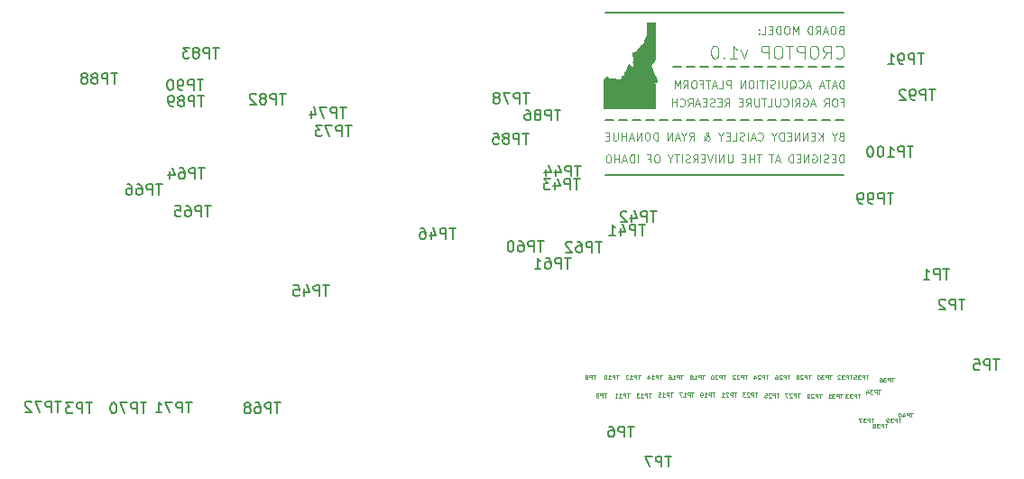
<source format=gbo>
G04 #@! TF.GenerationSoftware,KiCad,Pcbnew,(5.0.1)-3*
G04 #@! TF.CreationDate,2019-01-04T23:11:44-08:00*
G04 #@! TF.ProjectId,croptop,63726F70746F702E6B696361645F7063,rev?*
G04 #@! TF.SameCoordinates,Original*
G04 #@! TF.FileFunction,Legend,Bot*
G04 #@! TF.FilePolarity,Positive*
%FSLAX46Y46*%
G04 Gerber Fmt 4.6, Leading zero omitted, Abs format (unit mm)*
G04 Created by KiCad (PCBNEW (5.0.1)-3) date 1/4/2019 11:11:44 PM*
%MOMM*%
%LPD*%
G01*
G04 APERTURE LIST*
%ADD10C,0.100000*%
%ADD11C,0.200000*%
%ADD12C,0.010000*%
%ADD13C,0.150000*%
%ADD14C,0.075000*%
G04 APERTURE END LIST*
D10*
X154506428Y-107007428D02*
X154756428Y-107007428D01*
X154756428Y-107400285D02*
X154756428Y-106650285D01*
X154399285Y-106650285D01*
X153970714Y-106650285D02*
X153827857Y-106650285D01*
X153756428Y-106686000D01*
X153685000Y-106757428D01*
X153649285Y-106900285D01*
X153649285Y-107150285D01*
X153685000Y-107293142D01*
X153756428Y-107364571D01*
X153827857Y-107400285D01*
X153970714Y-107400285D01*
X154042142Y-107364571D01*
X154113571Y-107293142D01*
X154149285Y-107150285D01*
X154149285Y-106900285D01*
X154113571Y-106757428D01*
X154042142Y-106686000D01*
X153970714Y-106650285D01*
X152899285Y-107400285D02*
X153149285Y-107043142D01*
X153327857Y-107400285D02*
X153327857Y-106650285D01*
X153042142Y-106650285D01*
X152970714Y-106686000D01*
X152935000Y-106721714D01*
X152899285Y-106793142D01*
X152899285Y-106900285D01*
X152935000Y-106971714D01*
X152970714Y-107007428D01*
X153042142Y-107043142D01*
X153327857Y-107043142D01*
X152042142Y-107186000D02*
X151685000Y-107186000D01*
X152113571Y-107400285D02*
X151863571Y-106650285D01*
X151613571Y-107400285D01*
X150970714Y-106686000D02*
X151042142Y-106650285D01*
X151149285Y-106650285D01*
X151256428Y-106686000D01*
X151327857Y-106757428D01*
X151363571Y-106828857D01*
X151399285Y-106971714D01*
X151399285Y-107078857D01*
X151363571Y-107221714D01*
X151327857Y-107293142D01*
X151256428Y-107364571D01*
X151149285Y-107400285D01*
X151077857Y-107400285D01*
X150970714Y-107364571D01*
X150935000Y-107328857D01*
X150935000Y-107078857D01*
X151077857Y-107078857D01*
X150185000Y-107400285D02*
X150435000Y-107043142D01*
X150613571Y-107400285D02*
X150613571Y-106650285D01*
X150327857Y-106650285D01*
X150256428Y-106686000D01*
X150220714Y-106721714D01*
X150185000Y-106793142D01*
X150185000Y-106900285D01*
X150220714Y-106971714D01*
X150256428Y-107007428D01*
X150327857Y-107043142D01*
X150613571Y-107043142D01*
X149863571Y-107400285D02*
X149863571Y-106650285D01*
X149077857Y-107328857D02*
X149113571Y-107364571D01*
X149220714Y-107400285D01*
X149292142Y-107400285D01*
X149399285Y-107364571D01*
X149470714Y-107293142D01*
X149506428Y-107221714D01*
X149542142Y-107078857D01*
X149542142Y-106971714D01*
X149506428Y-106828857D01*
X149470714Y-106757428D01*
X149399285Y-106686000D01*
X149292142Y-106650285D01*
X149220714Y-106650285D01*
X149113571Y-106686000D01*
X149077857Y-106721714D01*
X148756428Y-106650285D02*
X148756428Y-107257428D01*
X148720714Y-107328857D01*
X148685000Y-107364571D01*
X148613571Y-107400285D01*
X148470714Y-107400285D01*
X148399285Y-107364571D01*
X148363571Y-107328857D01*
X148327857Y-107257428D01*
X148327857Y-106650285D01*
X147613571Y-107400285D02*
X147970714Y-107400285D01*
X147970714Y-106650285D01*
X147470714Y-106650285D02*
X147042142Y-106650285D01*
X147256428Y-107400285D02*
X147256428Y-106650285D01*
X146792142Y-106650285D02*
X146792142Y-107257428D01*
X146756428Y-107328857D01*
X146720714Y-107364571D01*
X146649285Y-107400285D01*
X146506428Y-107400285D01*
X146435000Y-107364571D01*
X146399285Y-107328857D01*
X146363571Y-107257428D01*
X146363571Y-106650285D01*
X145577857Y-107400285D02*
X145827857Y-107043142D01*
X146006428Y-107400285D02*
X146006428Y-106650285D01*
X145720714Y-106650285D01*
X145649285Y-106686000D01*
X145613571Y-106721714D01*
X145577857Y-106793142D01*
X145577857Y-106900285D01*
X145613571Y-106971714D01*
X145649285Y-107007428D01*
X145720714Y-107043142D01*
X146006428Y-107043142D01*
X145256428Y-107007428D02*
X145006428Y-107007428D01*
X144899285Y-107400285D02*
X145256428Y-107400285D01*
X145256428Y-106650285D01*
X144899285Y-106650285D01*
X143577857Y-107400285D02*
X143827857Y-107043142D01*
X144006428Y-107400285D02*
X144006428Y-106650285D01*
X143720714Y-106650285D01*
X143649285Y-106686000D01*
X143613571Y-106721714D01*
X143577857Y-106793142D01*
X143577857Y-106900285D01*
X143613571Y-106971714D01*
X143649285Y-107007428D01*
X143720714Y-107043142D01*
X144006428Y-107043142D01*
X143256428Y-107007428D02*
X143006428Y-107007428D01*
X142899285Y-107400285D02*
X143256428Y-107400285D01*
X143256428Y-106650285D01*
X142899285Y-106650285D01*
X142613571Y-107364571D02*
X142506428Y-107400285D01*
X142327857Y-107400285D01*
X142256428Y-107364571D01*
X142220714Y-107328857D01*
X142185000Y-107257428D01*
X142185000Y-107186000D01*
X142220714Y-107114571D01*
X142256428Y-107078857D01*
X142327857Y-107043142D01*
X142470714Y-107007428D01*
X142542142Y-106971714D01*
X142577857Y-106936000D01*
X142613571Y-106864571D01*
X142613571Y-106793142D01*
X142577857Y-106721714D01*
X142542142Y-106686000D01*
X142470714Y-106650285D01*
X142292142Y-106650285D01*
X142185000Y-106686000D01*
X141863571Y-107007428D02*
X141613571Y-107007428D01*
X141506428Y-107400285D02*
X141863571Y-107400285D01*
X141863571Y-106650285D01*
X141506428Y-106650285D01*
X141220714Y-107186000D02*
X140863571Y-107186000D01*
X141292142Y-107400285D02*
X141042142Y-106650285D01*
X140792142Y-107400285D01*
X140113571Y-107400285D02*
X140363571Y-107043142D01*
X140542142Y-107400285D02*
X140542142Y-106650285D01*
X140256428Y-106650285D01*
X140185000Y-106686000D01*
X140149285Y-106721714D01*
X140113571Y-106793142D01*
X140113571Y-106900285D01*
X140149285Y-106971714D01*
X140185000Y-107007428D01*
X140256428Y-107043142D01*
X140542142Y-107043142D01*
X139363571Y-107328857D02*
X139399285Y-107364571D01*
X139506428Y-107400285D01*
X139577857Y-107400285D01*
X139685000Y-107364571D01*
X139756428Y-107293142D01*
X139792142Y-107221714D01*
X139827857Y-107078857D01*
X139827857Y-106971714D01*
X139792142Y-106828857D01*
X139756428Y-106757428D01*
X139685000Y-106686000D01*
X139577857Y-106650285D01*
X139506428Y-106650285D01*
X139399285Y-106686000D01*
X139363571Y-106721714D01*
X139042142Y-107400285D02*
X139042142Y-106650285D01*
X139042142Y-107007428D02*
X138613571Y-107007428D01*
X138613571Y-107400285D02*
X138613571Y-106650285D01*
X154758428Y-105685785D02*
X154758428Y-104935785D01*
X154579857Y-104935785D01*
X154472714Y-104971500D01*
X154401285Y-105042928D01*
X154365571Y-105114357D01*
X154329857Y-105257214D01*
X154329857Y-105364357D01*
X154365571Y-105507214D01*
X154401285Y-105578642D01*
X154472714Y-105650071D01*
X154579857Y-105685785D01*
X154758428Y-105685785D01*
X154044142Y-105471500D02*
X153687000Y-105471500D01*
X154115571Y-105685785D02*
X153865571Y-104935785D01*
X153615571Y-105685785D01*
X153472714Y-104935785D02*
X153044142Y-104935785D01*
X153258428Y-105685785D02*
X153258428Y-104935785D01*
X152829857Y-105471500D02*
X152472714Y-105471500D01*
X152901285Y-105685785D02*
X152651285Y-104935785D01*
X152401285Y-105685785D01*
X151615571Y-105471500D02*
X151258428Y-105471500D01*
X151687000Y-105685785D02*
X151437000Y-104935785D01*
X151187000Y-105685785D01*
X150508428Y-105614357D02*
X150544142Y-105650071D01*
X150651285Y-105685785D01*
X150722714Y-105685785D01*
X150829857Y-105650071D01*
X150901285Y-105578642D01*
X150937000Y-105507214D01*
X150972714Y-105364357D01*
X150972714Y-105257214D01*
X150937000Y-105114357D01*
X150901285Y-105042928D01*
X150829857Y-104971500D01*
X150722714Y-104935785D01*
X150651285Y-104935785D01*
X150544142Y-104971500D01*
X150508428Y-105007214D01*
X149687000Y-105757214D02*
X149758428Y-105721500D01*
X149829857Y-105650071D01*
X149937000Y-105542928D01*
X150008428Y-105507214D01*
X150079857Y-105507214D01*
X150044142Y-105685785D02*
X150115571Y-105650071D01*
X150187000Y-105578642D01*
X150222714Y-105435785D01*
X150222714Y-105185785D01*
X150187000Y-105042928D01*
X150115571Y-104971500D01*
X150044142Y-104935785D01*
X149901285Y-104935785D01*
X149829857Y-104971500D01*
X149758428Y-105042928D01*
X149722714Y-105185785D01*
X149722714Y-105435785D01*
X149758428Y-105578642D01*
X149829857Y-105650071D01*
X149901285Y-105685785D01*
X150044142Y-105685785D01*
X149401285Y-104935785D02*
X149401285Y-105542928D01*
X149365571Y-105614357D01*
X149329857Y-105650071D01*
X149258428Y-105685785D01*
X149115571Y-105685785D01*
X149044142Y-105650071D01*
X149008428Y-105614357D01*
X148972714Y-105542928D01*
X148972714Y-104935785D01*
X148615571Y-105685785D02*
X148615571Y-104935785D01*
X148294142Y-105650071D02*
X148187000Y-105685785D01*
X148008428Y-105685785D01*
X147937000Y-105650071D01*
X147901285Y-105614357D01*
X147865571Y-105542928D01*
X147865571Y-105471500D01*
X147901285Y-105400071D01*
X147937000Y-105364357D01*
X148008428Y-105328642D01*
X148151285Y-105292928D01*
X148222714Y-105257214D01*
X148258428Y-105221500D01*
X148294142Y-105150071D01*
X148294142Y-105078642D01*
X148258428Y-105007214D01*
X148222714Y-104971500D01*
X148151285Y-104935785D01*
X147972714Y-104935785D01*
X147865571Y-104971500D01*
X147544142Y-105685785D02*
X147544142Y-104935785D01*
X147294142Y-104935785D02*
X146865571Y-104935785D01*
X147079857Y-105685785D02*
X147079857Y-104935785D01*
X146615571Y-105685785D02*
X146615571Y-104935785D01*
X146115571Y-104935785D02*
X145972714Y-104935785D01*
X145901285Y-104971500D01*
X145829857Y-105042928D01*
X145794142Y-105185785D01*
X145794142Y-105435785D01*
X145829857Y-105578642D01*
X145901285Y-105650071D01*
X145972714Y-105685785D01*
X146115571Y-105685785D01*
X146187000Y-105650071D01*
X146258428Y-105578642D01*
X146294142Y-105435785D01*
X146294142Y-105185785D01*
X146258428Y-105042928D01*
X146187000Y-104971500D01*
X146115571Y-104935785D01*
X145472714Y-105685785D02*
X145472714Y-104935785D01*
X145044142Y-105685785D01*
X145044142Y-104935785D01*
X144115571Y-105685785D02*
X144115571Y-104935785D01*
X143829857Y-104935785D01*
X143758428Y-104971500D01*
X143722714Y-105007214D01*
X143687000Y-105078642D01*
X143687000Y-105185785D01*
X143722714Y-105257214D01*
X143758428Y-105292928D01*
X143829857Y-105328642D01*
X144115571Y-105328642D01*
X143008428Y-105685785D02*
X143365571Y-105685785D01*
X143365571Y-104935785D01*
X142794142Y-105471500D02*
X142437000Y-105471500D01*
X142865571Y-105685785D02*
X142615571Y-104935785D01*
X142365571Y-105685785D01*
X142222714Y-104935785D02*
X141794142Y-104935785D01*
X142008428Y-105685785D02*
X142008428Y-104935785D01*
X141294142Y-105292928D02*
X141544142Y-105292928D01*
X141544142Y-105685785D02*
X141544142Y-104935785D01*
X141187000Y-104935785D01*
X140758428Y-104935785D02*
X140615571Y-104935785D01*
X140544142Y-104971500D01*
X140472714Y-105042928D01*
X140437000Y-105185785D01*
X140437000Y-105435785D01*
X140472714Y-105578642D01*
X140544142Y-105650071D01*
X140615571Y-105685785D01*
X140758428Y-105685785D01*
X140829857Y-105650071D01*
X140901285Y-105578642D01*
X140937000Y-105435785D01*
X140937000Y-105185785D01*
X140901285Y-105042928D01*
X140829857Y-104971500D01*
X140758428Y-104935785D01*
X139687000Y-105685785D02*
X139937000Y-105328642D01*
X140115571Y-105685785D02*
X140115571Y-104935785D01*
X139829857Y-104935785D01*
X139758428Y-104971500D01*
X139722714Y-105007214D01*
X139687000Y-105078642D01*
X139687000Y-105185785D01*
X139722714Y-105257214D01*
X139758428Y-105292928D01*
X139829857Y-105328642D01*
X140115571Y-105328642D01*
X139365571Y-105685785D02*
X139365571Y-104935785D01*
X139115571Y-105471500D01*
X138865571Y-104935785D01*
X138865571Y-105685785D01*
X154484214Y-110182428D02*
X154377071Y-110218142D01*
X154341357Y-110253857D01*
X154305642Y-110325285D01*
X154305642Y-110432428D01*
X154341357Y-110503857D01*
X154377071Y-110539571D01*
X154448500Y-110575285D01*
X154734214Y-110575285D01*
X154734214Y-109825285D01*
X154484214Y-109825285D01*
X154412785Y-109861000D01*
X154377071Y-109896714D01*
X154341357Y-109968142D01*
X154341357Y-110039571D01*
X154377071Y-110111000D01*
X154412785Y-110146714D01*
X154484214Y-110182428D01*
X154734214Y-110182428D01*
X153841357Y-110218142D02*
X153841357Y-110575285D01*
X154091357Y-109825285D02*
X153841357Y-110218142D01*
X153591357Y-109825285D01*
X152769928Y-110575285D02*
X152769928Y-109825285D01*
X152341357Y-110575285D02*
X152662785Y-110146714D01*
X152341357Y-109825285D02*
X152769928Y-110253857D01*
X152019928Y-110182428D02*
X151769928Y-110182428D01*
X151662785Y-110575285D02*
X152019928Y-110575285D01*
X152019928Y-109825285D01*
X151662785Y-109825285D01*
X151341357Y-110575285D02*
X151341357Y-109825285D01*
X150912785Y-110575285D01*
X150912785Y-109825285D01*
X150555642Y-110575285D02*
X150555642Y-109825285D01*
X150127071Y-110575285D01*
X150127071Y-109825285D01*
X149769928Y-110182428D02*
X149519928Y-110182428D01*
X149412785Y-110575285D02*
X149769928Y-110575285D01*
X149769928Y-109825285D01*
X149412785Y-109825285D01*
X149091357Y-110575285D02*
X149091357Y-109825285D01*
X148912785Y-109825285D01*
X148805642Y-109861000D01*
X148734214Y-109932428D01*
X148698500Y-110003857D01*
X148662785Y-110146714D01*
X148662785Y-110253857D01*
X148698500Y-110396714D01*
X148734214Y-110468142D01*
X148805642Y-110539571D01*
X148912785Y-110575285D01*
X149091357Y-110575285D01*
X148198500Y-110218142D02*
X148198500Y-110575285D01*
X148448500Y-109825285D02*
X148198500Y-110218142D01*
X147948500Y-109825285D01*
X146698500Y-110503857D02*
X146734214Y-110539571D01*
X146841357Y-110575285D01*
X146912785Y-110575285D01*
X147019928Y-110539571D01*
X147091357Y-110468142D01*
X147127071Y-110396714D01*
X147162785Y-110253857D01*
X147162785Y-110146714D01*
X147127071Y-110003857D01*
X147091357Y-109932428D01*
X147019928Y-109861000D01*
X146912785Y-109825285D01*
X146841357Y-109825285D01*
X146734214Y-109861000D01*
X146698500Y-109896714D01*
X146412785Y-110361000D02*
X146055642Y-110361000D01*
X146484214Y-110575285D02*
X146234214Y-109825285D01*
X145984214Y-110575285D01*
X145734214Y-110575285D02*
X145734214Y-109825285D01*
X145412785Y-110539571D02*
X145305642Y-110575285D01*
X145127071Y-110575285D01*
X145055642Y-110539571D01*
X145019928Y-110503857D01*
X144984214Y-110432428D01*
X144984214Y-110361000D01*
X145019928Y-110289571D01*
X145055642Y-110253857D01*
X145127071Y-110218142D01*
X145269928Y-110182428D01*
X145341357Y-110146714D01*
X145377071Y-110111000D01*
X145412785Y-110039571D01*
X145412785Y-109968142D01*
X145377071Y-109896714D01*
X145341357Y-109861000D01*
X145269928Y-109825285D01*
X145091357Y-109825285D01*
X144984214Y-109861000D01*
X144305642Y-110575285D02*
X144662785Y-110575285D01*
X144662785Y-109825285D01*
X144055642Y-110182428D02*
X143805642Y-110182428D01*
X143698500Y-110575285D02*
X144055642Y-110575285D01*
X144055642Y-109825285D01*
X143698500Y-109825285D01*
X143234214Y-110218142D02*
X143234214Y-110575285D01*
X143484214Y-109825285D02*
X143234214Y-110218142D01*
X142984214Y-109825285D01*
X141555642Y-110575285D02*
X141591357Y-110575285D01*
X141662785Y-110539571D01*
X141769928Y-110432428D01*
X141948500Y-110218142D01*
X142019928Y-110111000D01*
X142055642Y-110003857D01*
X142055642Y-109932428D01*
X142019928Y-109861000D01*
X141948500Y-109825285D01*
X141912785Y-109825285D01*
X141841357Y-109861000D01*
X141805642Y-109932428D01*
X141805642Y-109968142D01*
X141841357Y-110039571D01*
X141877071Y-110075285D01*
X142091357Y-110218142D01*
X142127071Y-110253857D01*
X142162785Y-110325285D01*
X142162785Y-110432428D01*
X142127071Y-110503857D01*
X142091357Y-110539571D01*
X142019928Y-110575285D01*
X141912785Y-110575285D01*
X141841357Y-110539571D01*
X141805642Y-110503857D01*
X141698500Y-110361000D01*
X141662785Y-110253857D01*
X141662785Y-110182428D01*
X140234214Y-110575285D02*
X140484214Y-110218142D01*
X140662785Y-110575285D02*
X140662785Y-109825285D01*
X140377071Y-109825285D01*
X140305642Y-109861000D01*
X140269928Y-109896714D01*
X140234214Y-109968142D01*
X140234214Y-110075285D01*
X140269928Y-110146714D01*
X140305642Y-110182428D01*
X140377071Y-110218142D01*
X140662785Y-110218142D01*
X139769928Y-110218142D02*
X139769928Y-110575285D01*
X140019928Y-109825285D02*
X139769928Y-110218142D01*
X139519928Y-109825285D01*
X139305642Y-110361000D02*
X138948500Y-110361000D01*
X139377071Y-110575285D02*
X139127071Y-109825285D01*
X138877071Y-110575285D01*
X138627071Y-110575285D02*
X138627071Y-109825285D01*
X138198500Y-110575285D01*
X138198500Y-109825285D01*
X137269928Y-110575285D02*
X137269928Y-109825285D01*
X137091357Y-109825285D01*
X136984214Y-109861000D01*
X136912785Y-109932428D01*
X136877071Y-110003857D01*
X136841357Y-110146714D01*
X136841357Y-110253857D01*
X136877071Y-110396714D01*
X136912785Y-110468142D01*
X136984214Y-110539571D01*
X137091357Y-110575285D01*
X137269928Y-110575285D01*
X136377071Y-109825285D02*
X136234214Y-109825285D01*
X136162785Y-109861000D01*
X136091357Y-109932428D01*
X136055642Y-110075285D01*
X136055642Y-110325285D01*
X136091357Y-110468142D01*
X136162785Y-110539571D01*
X136234214Y-110575285D01*
X136377071Y-110575285D01*
X136448500Y-110539571D01*
X136519928Y-110468142D01*
X136555642Y-110325285D01*
X136555642Y-110075285D01*
X136519928Y-109932428D01*
X136448500Y-109861000D01*
X136377071Y-109825285D01*
X135734214Y-110575285D02*
X135734214Y-109825285D01*
X135305642Y-110575285D01*
X135305642Y-109825285D01*
X134984214Y-110361000D02*
X134627071Y-110361000D01*
X135055642Y-110575285D02*
X134805642Y-109825285D01*
X134555642Y-110575285D01*
X134305642Y-110575285D02*
X134305642Y-109825285D01*
X134305642Y-110182428D02*
X133877071Y-110182428D01*
X133877071Y-110575285D02*
X133877071Y-109825285D01*
X133519928Y-109825285D02*
X133519928Y-110432428D01*
X133484214Y-110503857D01*
X133448500Y-110539571D01*
X133377071Y-110575285D01*
X133234214Y-110575285D01*
X133162785Y-110539571D01*
X133127071Y-110503857D01*
X133091357Y-110432428D01*
X133091357Y-109825285D01*
X132734214Y-110182428D02*
X132484214Y-110182428D01*
X132377071Y-110575285D02*
X132734214Y-110575285D01*
X132734214Y-109825285D01*
X132377071Y-109825285D01*
X154012214Y-102790571D02*
X154069357Y-102847714D01*
X154240785Y-102904857D01*
X154355071Y-102904857D01*
X154526500Y-102847714D01*
X154640785Y-102733428D01*
X154697928Y-102619142D01*
X154755071Y-102390571D01*
X154755071Y-102219142D01*
X154697928Y-101990571D01*
X154640785Y-101876285D01*
X154526500Y-101762000D01*
X154355071Y-101704857D01*
X154240785Y-101704857D01*
X154069357Y-101762000D01*
X154012214Y-101819142D01*
X152812214Y-102904857D02*
X153212214Y-102333428D01*
X153497928Y-102904857D02*
X153497928Y-101704857D01*
X153040785Y-101704857D01*
X152926500Y-101762000D01*
X152869357Y-101819142D01*
X152812214Y-101933428D01*
X152812214Y-102104857D01*
X152869357Y-102219142D01*
X152926500Y-102276285D01*
X153040785Y-102333428D01*
X153497928Y-102333428D01*
X152069357Y-101704857D02*
X151840785Y-101704857D01*
X151726500Y-101762000D01*
X151612214Y-101876285D01*
X151555071Y-102104857D01*
X151555071Y-102504857D01*
X151612214Y-102733428D01*
X151726500Y-102847714D01*
X151840785Y-102904857D01*
X152069357Y-102904857D01*
X152183642Y-102847714D01*
X152297928Y-102733428D01*
X152355071Y-102504857D01*
X152355071Y-102104857D01*
X152297928Y-101876285D01*
X152183642Y-101762000D01*
X152069357Y-101704857D01*
X151040785Y-102904857D02*
X151040785Y-101704857D01*
X150583642Y-101704857D01*
X150469357Y-101762000D01*
X150412214Y-101819142D01*
X150355071Y-101933428D01*
X150355071Y-102104857D01*
X150412214Y-102219142D01*
X150469357Y-102276285D01*
X150583642Y-102333428D01*
X151040785Y-102333428D01*
X150012214Y-101704857D02*
X149326500Y-101704857D01*
X149669357Y-102904857D02*
X149669357Y-101704857D01*
X148697928Y-101704857D02*
X148469357Y-101704857D01*
X148355071Y-101762000D01*
X148240785Y-101876285D01*
X148183642Y-102104857D01*
X148183642Y-102504857D01*
X148240785Y-102733428D01*
X148355071Y-102847714D01*
X148469357Y-102904857D01*
X148697928Y-102904857D01*
X148812214Y-102847714D01*
X148926500Y-102733428D01*
X148983642Y-102504857D01*
X148983642Y-102104857D01*
X148926500Y-101876285D01*
X148812214Y-101762000D01*
X148697928Y-101704857D01*
X147669357Y-102904857D02*
X147669357Y-101704857D01*
X147212214Y-101704857D01*
X147097928Y-101762000D01*
X147040785Y-101819142D01*
X146983642Y-101933428D01*
X146983642Y-102104857D01*
X147040785Y-102219142D01*
X147097928Y-102276285D01*
X147212214Y-102333428D01*
X147669357Y-102333428D01*
X145669357Y-102104857D02*
X145383642Y-102904857D01*
X145097928Y-102104857D01*
X144012214Y-102904857D02*
X144697928Y-102904857D01*
X144355071Y-102904857D02*
X144355071Y-101704857D01*
X144469357Y-101876285D01*
X144583642Y-101990571D01*
X144697928Y-102047714D01*
X143497928Y-102790571D02*
X143440785Y-102847714D01*
X143497928Y-102904857D01*
X143555071Y-102847714D01*
X143497928Y-102790571D01*
X143497928Y-102904857D01*
X142697928Y-101704857D02*
X142583642Y-101704857D01*
X142469357Y-101762000D01*
X142412214Y-101819142D01*
X142355071Y-101933428D01*
X142297928Y-102162000D01*
X142297928Y-102447714D01*
X142355071Y-102676285D01*
X142412214Y-102790571D01*
X142469357Y-102847714D01*
X142583642Y-102904857D01*
X142697928Y-102904857D01*
X142812214Y-102847714D01*
X142869357Y-102790571D01*
X142926500Y-102676285D01*
X142983642Y-102447714D01*
X142983642Y-102162000D01*
X142926500Y-101933428D01*
X142869357Y-101819142D01*
X142812214Y-101762000D01*
X142697928Y-101704857D01*
X154698500Y-112670785D02*
X154698500Y-111920785D01*
X154519928Y-111920785D01*
X154412785Y-111956500D01*
X154341357Y-112027928D01*
X154305642Y-112099357D01*
X154269928Y-112242214D01*
X154269928Y-112349357D01*
X154305642Y-112492214D01*
X154341357Y-112563642D01*
X154412785Y-112635071D01*
X154519928Y-112670785D01*
X154698500Y-112670785D01*
X153948500Y-112277928D02*
X153698500Y-112277928D01*
X153591357Y-112670785D02*
X153948500Y-112670785D01*
X153948500Y-111920785D01*
X153591357Y-111920785D01*
X153305642Y-112635071D02*
X153198500Y-112670785D01*
X153019928Y-112670785D01*
X152948500Y-112635071D01*
X152912785Y-112599357D01*
X152877071Y-112527928D01*
X152877071Y-112456500D01*
X152912785Y-112385071D01*
X152948500Y-112349357D01*
X153019928Y-112313642D01*
X153162785Y-112277928D01*
X153234214Y-112242214D01*
X153269928Y-112206500D01*
X153305642Y-112135071D01*
X153305642Y-112063642D01*
X153269928Y-111992214D01*
X153234214Y-111956500D01*
X153162785Y-111920785D01*
X152984214Y-111920785D01*
X152877071Y-111956500D01*
X152555642Y-112670785D02*
X152555642Y-111920785D01*
X151805642Y-111956500D02*
X151877071Y-111920785D01*
X151984214Y-111920785D01*
X152091357Y-111956500D01*
X152162785Y-112027928D01*
X152198500Y-112099357D01*
X152234214Y-112242214D01*
X152234214Y-112349357D01*
X152198500Y-112492214D01*
X152162785Y-112563642D01*
X152091357Y-112635071D01*
X151984214Y-112670785D01*
X151912785Y-112670785D01*
X151805642Y-112635071D01*
X151769928Y-112599357D01*
X151769928Y-112349357D01*
X151912785Y-112349357D01*
X151448500Y-112670785D02*
X151448500Y-111920785D01*
X151019928Y-112670785D01*
X151019928Y-111920785D01*
X150662785Y-112277928D02*
X150412785Y-112277928D01*
X150305642Y-112670785D02*
X150662785Y-112670785D01*
X150662785Y-111920785D01*
X150305642Y-111920785D01*
X149984214Y-112670785D02*
X149984214Y-111920785D01*
X149805642Y-111920785D01*
X149698500Y-111956500D01*
X149627071Y-112027928D01*
X149591357Y-112099357D01*
X149555642Y-112242214D01*
X149555642Y-112349357D01*
X149591357Y-112492214D01*
X149627071Y-112563642D01*
X149698500Y-112635071D01*
X149805642Y-112670785D01*
X149984214Y-112670785D01*
X148698500Y-112456500D02*
X148341357Y-112456500D01*
X148769928Y-112670785D02*
X148519928Y-111920785D01*
X148269928Y-112670785D01*
X148127071Y-111920785D02*
X147698500Y-111920785D01*
X147912785Y-112670785D02*
X147912785Y-111920785D01*
X146984214Y-111920785D02*
X146555642Y-111920785D01*
X146769928Y-112670785D02*
X146769928Y-111920785D01*
X146305642Y-112670785D02*
X146305642Y-111920785D01*
X146305642Y-112277928D02*
X145877071Y-112277928D01*
X145877071Y-112670785D02*
X145877071Y-111920785D01*
X145519928Y-112277928D02*
X145269928Y-112277928D01*
X145162785Y-112670785D02*
X145519928Y-112670785D01*
X145519928Y-111920785D01*
X145162785Y-111920785D01*
X144269928Y-111920785D02*
X144269928Y-112527928D01*
X144234214Y-112599357D01*
X144198500Y-112635071D01*
X144127071Y-112670785D01*
X143984214Y-112670785D01*
X143912785Y-112635071D01*
X143877071Y-112599357D01*
X143841357Y-112527928D01*
X143841357Y-111920785D01*
X143484214Y-112670785D02*
X143484214Y-111920785D01*
X143055642Y-112670785D01*
X143055642Y-111920785D01*
X142698500Y-112670785D02*
X142698500Y-111920785D01*
X142448500Y-111920785D02*
X142198500Y-112670785D01*
X141948500Y-111920785D01*
X141698500Y-112277928D02*
X141448500Y-112277928D01*
X141341357Y-112670785D02*
X141698500Y-112670785D01*
X141698500Y-111920785D01*
X141341357Y-111920785D01*
X140591357Y-112670785D02*
X140841357Y-112313642D01*
X141019928Y-112670785D02*
X141019928Y-111920785D01*
X140734214Y-111920785D01*
X140662785Y-111956500D01*
X140627071Y-111992214D01*
X140591357Y-112063642D01*
X140591357Y-112170785D01*
X140627071Y-112242214D01*
X140662785Y-112277928D01*
X140734214Y-112313642D01*
X141019928Y-112313642D01*
X140305642Y-112635071D02*
X140198500Y-112670785D01*
X140019928Y-112670785D01*
X139948500Y-112635071D01*
X139912785Y-112599357D01*
X139877071Y-112527928D01*
X139877071Y-112456500D01*
X139912785Y-112385071D01*
X139948500Y-112349357D01*
X140019928Y-112313642D01*
X140162785Y-112277928D01*
X140234214Y-112242214D01*
X140269928Y-112206500D01*
X140305642Y-112135071D01*
X140305642Y-112063642D01*
X140269928Y-111992214D01*
X140234214Y-111956500D01*
X140162785Y-111920785D01*
X139984214Y-111920785D01*
X139877071Y-111956500D01*
X139555642Y-112670785D02*
X139555642Y-111920785D01*
X139305642Y-111920785D02*
X138877071Y-111920785D01*
X139091357Y-112670785D02*
X139091357Y-111920785D01*
X138484214Y-112313642D02*
X138484214Y-112670785D01*
X138734214Y-111920785D02*
X138484214Y-112313642D01*
X138234214Y-111920785D01*
X137269928Y-111920785D02*
X137127071Y-111920785D01*
X137055642Y-111956500D01*
X136984214Y-112027928D01*
X136948500Y-112170785D01*
X136948500Y-112420785D01*
X136984214Y-112563642D01*
X137055642Y-112635071D01*
X137127071Y-112670785D01*
X137269928Y-112670785D01*
X137341357Y-112635071D01*
X137412785Y-112563642D01*
X137448500Y-112420785D01*
X137448500Y-112170785D01*
X137412785Y-112027928D01*
X137341357Y-111956500D01*
X137269928Y-111920785D01*
X136377071Y-112277928D02*
X136627071Y-112277928D01*
X136627071Y-112670785D02*
X136627071Y-111920785D01*
X136269928Y-111920785D01*
X135412785Y-112670785D02*
X135412785Y-111920785D01*
X135055642Y-112670785D02*
X135055642Y-111920785D01*
X134877071Y-111920785D01*
X134769928Y-111956500D01*
X134698500Y-112027928D01*
X134662785Y-112099357D01*
X134627071Y-112242214D01*
X134627071Y-112349357D01*
X134662785Y-112492214D01*
X134698500Y-112563642D01*
X134769928Y-112635071D01*
X134877071Y-112670785D01*
X135055642Y-112670785D01*
X134341357Y-112456500D02*
X133984214Y-112456500D01*
X134412785Y-112670785D02*
X134162785Y-111920785D01*
X133912785Y-112670785D01*
X133662785Y-112670785D02*
X133662785Y-111920785D01*
X133662785Y-112277928D02*
X133234214Y-112277928D01*
X133234214Y-112670785D02*
X133234214Y-111920785D01*
X132734214Y-111920785D02*
X132591357Y-111920785D01*
X132519928Y-111956500D01*
X132448500Y-112027928D01*
X132412785Y-112170785D01*
X132412785Y-112420785D01*
X132448500Y-112563642D01*
X132519928Y-112635071D01*
X132591357Y-112670785D01*
X132734214Y-112670785D01*
X132805642Y-112635071D01*
X132877071Y-112563642D01*
X132912785Y-112420785D01*
X132912785Y-112170785D01*
X132877071Y-112027928D01*
X132805642Y-111956500D01*
X132734214Y-111920785D01*
D11*
X142494000Y-103660204D02*
X143256000Y-103660204D01*
X139954000Y-103660204D02*
X140716000Y-103660204D01*
X136144000Y-108676704D02*
X136906000Y-108676704D01*
X133604000Y-108676704D02*
X134366000Y-108676704D01*
X146304000Y-103660204D02*
X147066000Y-103660204D01*
X138684000Y-103660204D02*
X139446000Y-103660204D01*
X134874000Y-108676704D02*
X135636000Y-108676704D01*
X137414000Y-108676704D02*
X138176000Y-108676704D01*
X147574000Y-103660204D02*
X148336000Y-103660204D01*
X141224000Y-103660204D02*
X141986000Y-103660204D01*
X145034000Y-103660204D02*
X145796000Y-103660204D01*
X143764000Y-103660204D02*
X144526000Y-103660204D01*
X132334000Y-108676704D02*
X133096000Y-108676704D01*
X148844000Y-103660204D02*
X149606000Y-103660204D01*
X150114000Y-103660204D02*
X150876000Y-103660204D01*
X153924000Y-103660204D02*
X154686000Y-103660204D01*
X151384000Y-103660204D02*
X152146000Y-103660204D01*
X152654000Y-103660204D02*
X153416000Y-103660204D01*
X153924000Y-108676704D02*
X154686000Y-108676704D01*
X152654000Y-108676704D02*
X153416000Y-108676704D01*
X151384000Y-108676704D02*
X152146000Y-108676704D01*
X150114000Y-108676704D02*
X150876000Y-108676704D01*
X148844000Y-108676704D02*
X149606000Y-108676704D01*
X147574000Y-108676704D02*
X148336000Y-108676704D01*
X146304000Y-108676704D02*
X147066000Y-108676704D01*
X145034000Y-108676704D02*
X145796000Y-108676704D01*
X143764000Y-108676704D02*
X144526000Y-108676704D01*
X142494000Y-108676704D02*
X143256000Y-108676704D01*
X141224000Y-108676704D02*
X141986000Y-108676704D01*
X139954000Y-108676704D02*
X140716000Y-108676704D01*
X132334000Y-98580204D02*
X154686000Y-98552000D01*
X138684000Y-108676704D02*
X139446000Y-108676704D01*
D10*
X154463285Y-100212928D02*
X154356142Y-100248642D01*
X154320428Y-100284357D01*
X154284714Y-100355785D01*
X154284714Y-100462928D01*
X154320428Y-100534357D01*
X154356142Y-100570071D01*
X154427571Y-100605785D01*
X154713285Y-100605785D01*
X154713285Y-99855785D01*
X154463285Y-99855785D01*
X154391857Y-99891500D01*
X154356142Y-99927214D01*
X154320428Y-99998642D01*
X154320428Y-100070071D01*
X154356142Y-100141500D01*
X154391857Y-100177214D01*
X154463285Y-100212928D01*
X154713285Y-100212928D01*
X153820428Y-99855785D02*
X153677571Y-99855785D01*
X153606142Y-99891500D01*
X153534714Y-99962928D01*
X153499000Y-100105785D01*
X153499000Y-100355785D01*
X153534714Y-100498642D01*
X153606142Y-100570071D01*
X153677571Y-100605785D01*
X153820428Y-100605785D01*
X153891857Y-100570071D01*
X153963285Y-100498642D01*
X153999000Y-100355785D01*
X153999000Y-100105785D01*
X153963285Y-99962928D01*
X153891857Y-99891500D01*
X153820428Y-99855785D01*
X153213285Y-100391500D02*
X152856142Y-100391500D01*
X153284714Y-100605785D02*
X153034714Y-99855785D01*
X152784714Y-100605785D01*
X152106142Y-100605785D02*
X152356142Y-100248642D01*
X152534714Y-100605785D02*
X152534714Y-99855785D01*
X152249000Y-99855785D01*
X152177571Y-99891500D01*
X152141857Y-99927214D01*
X152106142Y-99998642D01*
X152106142Y-100105785D01*
X152141857Y-100177214D01*
X152177571Y-100212928D01*
X152249000Y-100248642D01*
X152534714Y-100248642D01*
X151784714Y-100605785D02*
X151784714Y-99855785D01*
X151606142Y-99855785D01*
X151499000Y-99891500D01*
X151427571Y-99962928D01*
X151391857Y-100034357D01*
X151356142Y-100177214D01*
X151356142Y-100284357D01*
X151391857Y-100427214D01*
X151427571Y-100498642D01*
X151499000Y-100570071D01*
X151606142Y-100605785D01*
X151784714Y-100605785D01*
X150463285Y-100605785D02*
X150463285Y-99855785D01*
X150213285Y-100391500D01*
X149963285Y-99855785D01*
X149963285Y-100605785D01*
X149463285Y-99855785D02*
X149320428Y-99855785D01*
X149249000Y-99891500D01*
X149177571Y-99962928D01*
X149141857Y-100105785D01*
X149141857Y-100355785D01*
X149177571Y-100498642D01*
X149249000Y-100570071D01*
X149320428Y-100605785D01*
X149463285Y-100605785D01*
X149534714Y-100570071D01*
X149606142Y-100498642D01*
X149641857Y-100355785D01*
X149641857Y-100105785D01*
X149606142Y-99962928D01*
X149534714Y-99891500D01*
X149463285Y-99855785D01*
X148820428Y-100605785D02*
X148820428Y-99855785D01*
X148641857Y-99855785D01*
X148534714Y-99891500D01*
X148463285Y-99962928D01*
X148427571Y-100034357D01*
X148391857Y-100177214D01*
X148391857Y-100284357D01*
X148427571Y-100427214D01*
X148463285Y-100498642D01*
X148534714Y-100570071D01*
X148641857Y-100605785D01*
X148820428Y-100605785D01*
X148070428Y-100212928D02*
X147820428Y-100212928D01*
X147713285Y-100605785D02*
X148070428Y-100605785D01*
X148070428Y-99855785D01*
X147713285Y-99855785D01*
X147034714Y-100605785D02*
X147391857Y-100605785D01*
X147391857Y-99855785D01*
X146784714Y-100534357D02*
X146749000Y-100570071D01*
X146784714Y-100605785D01*
X146820428Y-100570071D01*
X146784714Y-100534357D01*
X146784714Y-100605785D01*
X146784714Y-100141500D02*
X146749000Y-100177214D01*
X146784714Y-100212928D01*
X146820428Y-100177214D01*
X146784714Y-100141500D01*
X146784714Y-100212928D01*
D11*
X132334000Y-113820204D02*
X154686000Y-113792000D01*
D12*
G04 #@! TO.C,G\002A\002A\002A*
G36*
X136265161Y-100148564D02*
X136264968Y-100352058D01*
X136263799Y-100505873D01*
X136260767Y-100618722D01*
X136254983Y-100699314D01*
X136245561Y-100756364D01*
X136231613Y-100798581D01*
X136212251Y-100834679D01*
X136192172Y-100865148D01*
X136147719Y-100936249D01*
X136121856Y-100988444D01*
X136119184Y-100999574D01*
X136096516Y-101033404D01*
X136064151Y-101055898D01*
X136021774Y-101097643D01*
X135991690Y-101159040D01*
X135980797Y-101218548D01*
X135995990Y-101254629D01*
X135999965Y-101256385D01*
X136016134Y-101283404D01*
X136000819Y-101323413D01*
X135982446Y-101378293D01*
X135985150Y-101403745D01*
X135973959Y-101434808D01*
X135930352Y-101487078D01*
X135868835Y-101547017D01*
X135803915Y-101601080D01*
X135750101Y-101635729D01*
X135730324Y-101641604D01*
X135699259Y-101663449D01*
X135644558Y-101720697D01*
X135576071Y-101800912D01*
X135503646Y-101891661D01*
X135437132Y-101980509D01*
X135386378Y-102055023D01*
X135361234Y-102102768D01*
X135360103Y-102109004D01*
X135338020Y-102145018D01*
X135301712Y-102173896D01*
X135255780Y-102218024D01*
X135243322Y-102250537D01*
X135221499Y-102278488D01*
X135187449Y-102276102D01*
X135136329Y-102282781D01*
X135116147Y-102320491D01*
X135098845Y-102356861D01*
X135061482Y-102368741D01*
X134986411Y-102361198D01*
X134978671Y-102359975D01*
X134902802Y-102350016D01*
X134870587Y-102356922D01*
X134868285Y-102386802D01*
X134872787Y-102407066D01*
X134889729Y-102476788D01*
X134912752Y-102571427D01*
X134920937Y-102605052D01*
X134944257Y-102694280D01*
X134965198Y-102763804D01*
X134971231Y-102780224D01*
X134984113Y-102848004D01*
X134983215Y-102875109D01*
X134993813Y-102918050D01*
X135011498Y-102926201D01*
X135030334Y-102940169D01*
X135017441Y-102962696D01*
X134991348Y-103016842D01*
X134972118Y-103086776D01*
X134953981Y-103166332D01*
X134937163Y-103221617D01*
X134941531Y-103265087D01*
X134982651Y-103285552D01*
X135027651Y-103309536D01*
X135034709Y-103359902D01*
X135031031Y-103382796D01*
X135028141Y-103468065D01*
X135040404Y-103528521D01*
X135048739Y-103574809D01*
X135024214Y-103612489D01*
X134958604Y-103656561D01*
X134889408Y-103693999D01*
X134850419Y-103701082D01*
X134823346Y-103679975D01*
X134818193Y-103673166D01*
X134775031Y-103634371D01*
X134751954Y-103626891D01*
X134714819Y-103605366D01*
X134664751Y-103552287D01*
X134654827Y-103539345D01*
X134590102Y-103451800D01*
X134523833Y-103514057D01*
X134474362Y-103586757D01*
X134434385Y-103693785D01*
X134425408Y-103731207D01*
X134396143Y-103834594D01*
X134357548Y-103924795D01*
X134336562Y-103958170D01*
X134296613Y-104016955D01*
X134279874Y-104057475D01*
X134279873Y-104057603D01*
X134260235Y-104095482D01*
X134219159Y-104139914D01*
X134175195Y-104202489D01*
X134175657Y-104280925D01*
X134170658Y-104363077D01*
X134131772Y-104434568D01*
X134072278Y-104478498D01*
X134017570Y-104482136D01*
X133965228Y-104495093D01*
X133911353Y-104546847D01*
X133870542Y-104620073D01*
X133857863Y-104671662D01*
X133825413Y-104808903D01*
X133763051Y-104904514D01*
X133736979Y-104925223D01*
X133687018Y-104953891D01*
X133668700Y-104947614D01*
X133666770Y-104927787D01*
X133641418Y-104873483D01*
X133573416Y-104843628D01*
X133474844Y-104842319D01*
X133435519Y-104849328D01*
X133357819Y-104862539D01*
X133312784Y-104852260D01*
X133277277Y-104812201D01*
X133272504Y-104805012D01*
X133225868Y-104757500D01*
X133191062Y-104757283D01*
X133148076Y-104767101D01*
X133061375Y-104774802D01*
X132945623Y-104779340D01*
X132871255Y-104780109D01*
X132740474Y-104779320D01*
X132657349Y-104775441D01*
X132611150Y-104766207D01*
X132591149Y-104749352D01*
X132586616Y-104722611D01*
X132586600Y-104720000D01*
X132569503Y-104648044D01*
X132545384Y-104603606D01*
X132512971Y-104565853D01*
X132484018Y-104568459D01*
X132443200Y-104602551D01*
X132398492Y-104651342D01*
X132382172Y-104683725D01*
X132363973Y-104720446D01*
X132319180Y-104777360D01*
X132309184Y-104788384D01*
X132236195Y-104867099D01*
X132236195Y-107568270D01*
X137053436Y-107568270D01*
X137053436Y-106548154D01*
X137052602Y-106253133D01*
X137050144Y-106003673D01*
X137046133Y-105802270D01*
X137040640Y-105651415D01*
X137033734Y-105553604D01*
X137025486Y-105511331D01*
X137024241Y-105509994D01*
X137005461Y-105471655D01*
X136995519Y-105399238D01*
X136995046Y-105378615D01*
X136988305Y-105301565D01*
X136971591Y-105252633D01*
X136966448Y-105247605D01*
X136952104Y-105213577D01*
X136978231Y-105168366D01*
X137032387Y-105125480D01*
X137102130Y-105098426D01*
X137104249Y-105098016D01*
X137175939Y-105072585D01*
X137202932Y-105026327D01*
X137203860Y-105017722D01*
X137209782Y-104945002D01*
X137213037Y-104911489D01*
X137200042Y-104852514D01*
X137182848Y-104823903D01*
X137146929Y-104761589D01*
X137125715Y-104707121D01*
X137093706Y-104641982D01*
X137037687Y-104559526D01*
X137005480Y-104519395D01*
X136943422Y-104430974D01*
X136910184Y-104350641D01*
X136907459Y-104328165D01*
X136897794Y-104260051D01*
X136880176Y-104223937D01*
X136856660Y-104184005D01*
X136821212Y-104105949D01*
X136781499Y-104006652D01*
X136781416Y-104006431D01*
X136735474Y-103886464D01*
X136688790Y-103767736D01*
X136657852Y-103691455D01*
X136627424Y-103610236D01*
X136621493Y-103554365D01*
X136639509Y-103496449D01*
X136653326Y-103466510D01*
X136707711Y-103387222D01*
X136776334Y-103327968D01*
X136782592Y-103324521D01*
X136855074Y-103266225D01*
X136920794Y-103179073D01*
X136968422Y-103082840D01*
X136986626Y-102997301D01*
X136983878Y-102973267D01*
X136985715Y-102902132D01*
X137012972Y-102816575D01*
X137017608Y-102806989D01*
X137028623Y-102781467D01*
X137037862Y-102748931D01*
X137045446Y-102704540D01*
X137051498Y-102643450D01*
X137056141Y-102560821D01*
X137059497Y-102451809D01*
X137061690Y-102311572D01*
X137062841Y-102135269D01*
X137063073Y-101918057D01*
X137062509Y-101655093D01*
X137061272Y-101341537D01*
X137060239Y-101123385D01*
X137052444Y-99539535D01*
X136265161Y-99539535D01*
X136265161Y-100148564D01*
X136265161Y-100148564D01*
G37*
X136265161Y-100148564D02*
X136264968Y-100352058D01*
X136263799Y-100505873D01*
X136260767Y-100618722D01*
X136254983Y-100699314D01*
X136245561Y-100756364D01*
X136231613Y-100798581D01*
X136212251Y-100834679D01*
X136192172Y-100865148D01*
X136147719Y-100936249D01*
X136121856Y-100988444D01*
X136119184Y-100999574D01*
X136096516Y-101033404D01*
X136064151Y-101055898D01*
X136021774Y-101097643D01*
X135991690Y-101159040D01*
X135980797Y-101218548D01*
X135995990Y-101254629D01*
X135999965Y-101256385D01*
X136016134Y-101283404D01*
X136000819Y-101323413D01*
X135982446Y-101378293D01*
X135985150Y-101403745D01*
X135973959Y-101434808D01*
X135930352Y-101487078D01*
X135868835Y-101547017D01*
X135803915Y-101601080D01*
X135750101Y-101635729D01*
X135730324Y-101641604D01*
X135699259Y-101663449D01*
X135644558Y-101720697D01*
X135576071Y-101800912D01*
X135503646Y-101891661D01*
X135437132Y-101980509D01*
X135386378Y-102055023D01*
X135361234Y-102102768D01*
X135360103Y-102109004D01*
X135338020Y-102145018D01*
X135301712Y-102173896D01*
X135255780Y-102218024D01*
X135243322Y-102250537D01*
X135221499Y-102278488D01*
X135187449Y-102276102D01*
X135136329Y-102282781D01*
X135116147Y-102320491D01*
X135098845Y-102356861D01*
X135061482Y-102368741D01*
X134986411Y-102361198D01*
X134978671Y-102359975D01*
X134902802Y-102350016D01*
X134870587Y-102356922D01*
X134868285Y-102386802D01*
X134872787Y-102407066D01*
X134889729Y-102476788D01*
X134912752Y-102571427D01*
X134920937Y-102605052D01*
X134944257Y-102694280D01*
X134965198Y-102763804D01*
X134971231Y-102780224D01*
X134984113Y-102848004D01*
X134983215Y-102875109D01*
X134993813Y-102918050D01*
X135011498Y-102926201D01*
X135030334Y-102940169D01*
X135017441Y-102962696D01*
X134991348Y-103016842D01*
X134972118Y-103086776D01*
X134953981Y-103166332D01*
X134937163Y-103221617D01*
X134941531Y-103265087D01*
X134982651Y-103285552D01*
X135027651Y-103309536D01*
X135034709Y-103359902D01*
X135031031Y-103382796D01*
X135028141Y-103468065D01*
X135040404Y-103528521D01*
X135048739Y-103574809D01*
X135024214Y-103612489D01*
X134958604Y-103656561D01*
X134889408Y-103693999D01*
X134850419Y-103701082D01*
X134823346Y-103679975D01*
X134818193Y-103673166D01*
X134775031Y-103634371D01*
X134751954Y-103626891D01*
X134714819Y-103605366D01*
X134664751Y-103552287D01*
X134654827Y-103539345D01*
X134590102Y-103451800D01*
X134523833Y-103514057D01*
X134474362Y-103586757D01*
X134434385Y-103693785D01*
X134425408Y-103731207D01*
X134396143Y-103834594D01*
X134357548Y-103924795D01*
X134336562Y-103958170D01*
X134296613Y-104016955D01*
X134279874Y-104057475D01*
X134279873Y-104057603D01*
X134260235Y-104095482D01*
X134219159Y-104139914D01*
X134175195Y-104202489D01*
X134175657Y-104280925D01*
X134170658Y-104363077D01*
X134131772Y-104434568D01*
X134072278Y-104478498D01*
X134017570Y-104482136D01*
X133965228Y-104495093D01*
X133911353Y-104546847D01*
X133870542Y-104620073D01*
X133857863Y-104671662D01*
X133825413Y-104808903D01*
X133763051Y-104904514D01*
X133736979Y-104925223D01*
X133687018Y-104953891D01*
X133668700Y-104947614D01*
X133666770Y-104927787D01*
X133641418Y-104873483D01*
X133573416Y-104843628D01*
X133474844Y-104842319D01*
X133435519Y-104849328D01*
X133357819Y-104862539D01*
X133312784Y-104852260D01*
X133277277Y-104812201D01*
X133272504Y-104805012D01*
X133225868Y-104757500D01*
X133191062Y-104757283D01*
X133148076Y-104767101D01*
X133061375Y-104774802D01*
X132945623Y-104779340D01*
X132871255Y-104780109D01*
X132740474Y-104779320D01*
X132657349Y-104775441D01*
X132611150Y-104766207D01*
X132591149Y-104749352D01*
X132586616Y-104722611D01*
X132586600Y-104720000D01*
X132569503Y-104648044D01*
X132545384Y-104603606D01*
X132512971Y-104565853D01*
X132484018Y-104568459D01*
X132443200Y-104602551D01*
X132398492Y-104651342D01*
X132382172Y-104683725D01*
X132363973Y-104720446D01*
X132319180Y-104777360D01*
X132309184Y-104788384D01*
X132236195Y-104867099D01*
X132236195Y-107568270D01*
X137053436Y-107568270D01*
X137053436Y-106548154D01*
X137052602Y-106253133D01*
X137050144Y-106003673D01*
X137046133Y-105802270D01*
X137040640Y-105651415D01*
X137033734Y-105553604D01*
X137025486Y-105511331D01*
X137024241Y-105509994D01*
X137005461Y-105471655D01*
X136995519Y-105399238D01*
X136995046Y-105378615D01*
X136988305Y-105301565D01*
X136971591Y-105252633D01*
X136966448Y-105247605D01*
X136952104Y-105213577D01*
X136978231Y-105168366D01*
X137032387Y-105125480D01*
X137102130Y-105098426D01*
X137104249Y-105098016D01*
X137175939Y-105072585D01*
X137202932Y-105026327D01*
X137203860Y-105017722D01*
X137209782Y-104945002D01*
X137213037Y-104911489D01*
X137200042Y-104852514D01*
X137182848Y-104823903D01*
X137146929Y-104761589D01*
X137125715Y-104707121D01*
X137093706Y-104641982D01*
X137037687Y-104559526D01*
X137005480Y-104519395D01*
X136943422Y-104430974D01*
X136910184Y-104350641D01*
X136907459Y-104328165D01*
X136897794Y-104260051D01*
X136880176Y-104223937D01*
X136856660Y-104184005D01*
X136821212Y-104105949D01*
X136781499Y-104006652D01*
X136781416Y-104006431D01*
X136735474Y-103886464D01*
X136688790Y-103767736D01*
X136657852Y-103691455D01*
X136627424Y-103610236D01*
X136621493Y-103554365D01*
X136639509Y-103496449D01*
X136653326Y-103466510D01*
X136707711Y-103387222D01*
X136776334Y-103327968D01*
X136782592Y-103324521D01*
X136855074Y-103266225D01*
X136920794Y-103179073D01*
X136968422Y-103082840D01*
X136986626Y-102997301D01*
X136983878Y-102973267D01*
X136985715Y-102902132D01*
X137012972Y-102816575D01*
X137017608Y-102806989D01*
X137028623Y-102781467D01*
X137037862Y-102748931D01*
X137045446Y-102704540D01*
X137051498Y-102643450D01*
X137056141Y-102560821D01*
X137059497Y-102451809D01*
X137061690Y-102311572D01*
X137062841Y-102135269D01*
X137063073Y-101918057D01*
X137062509Y-101655093D01*
X137061272Y-101341537D01*
X137060239Y-101123385D01*
X137052444Y-99539535D01*
X136265161Y-99539535D01*
X136265161Y-100148564D01*
G04 #@! TO.C,TP1*
D13*
X164647404Y-122629880D02*
X164075976Y-122629880D01*
X164361690Y-123629880D02*
X164361690Y-122629880D01*
X163742642Y-123629880D02*
X163742642Y-122629880D01*
X163361690Y-122629880D01*
X163266452Y-122677500D01*
X163218833Y-122725119D01*
X163171214Y-122820357D01*
X163171214Y-122963214D01*
X163218833Y-123058452D01*
X163266452Y-123106071D01*
X163361690Y-123153690D01*
X163742642Y-123153690D01*
X162218833Y-123629880D02*
X162790261Y-123629880D01*
X162504547Y-123629880D02*
X162504547Y-122629880D01*
X162599785Y-122772738D01*
X162695023Y-122867976D01*
X162790261Y-122915595D01*
G04 #@! TO.C,TP2*
X166107904Y-125487380D02*
X165536476Y-125487380D01*
X165822190Y-126487380D02*
X165822190Y-125487380D01*
X165203142Y-126487380D02*
X165203142Y-125487380D01*
X164822190Y-125487380D01*
X164726952Y-125535000D01*
X164679333Y-125582619D01*
X164631714Y-125677857D01*
X164631714Y-125820714D01*
X164679333Y-125915952D01*
X164726952Y-125963571D01*
X164822190Y-126011190D01*
X165203142Y-126011190D01*
X164250761Y-125582619D02*
X164203142Y-125535000D01*
X164107904Y-125487380D01*
X163869809Y-125487380D01*
X163774571Y-125535000D01*
X163726952Y-125582619D01*
X163679333Y-125677857D01*
X163679333Y-125773095D01*
X163726952Y-125915952D01*
X164298380Y-126487380D01*
X163679333Y-126487380D01*
G04 #@! TO.C,TP3*
X84192904Y-135202880D02*
X83621476Y-135202880D01*
X83907190Y-136202880D02*
X83907190Y-135202880D01*
X83288142Y-136202880D02*
X83288142Y-135202880D01*
X82907190Y-135202880D01*
X82811952Y-135250500D01*
X82764333Y-135298119D01*
X82716714Y-135393357D01*
X82716714Y-135536214D01*
X82764333Y-135631452D01*
X82811952Y-135679071D01*
X82907190Y-135726690D01*
X83288142Y-135726690D01*
X82383380Y-135202880D02*
X81764333Y-135202880D01*
X82097666Y-135583833D01*
X81954809Y-135583833D01*
X81859571Y-135631452D01*
X81811952Y-135679071D01*
X81764333Y-135774309D01*
X81764333Y-136012404D01*
X81811952Y-136107642D01*
X81859571Y-136155261D01*
X81954809Y-136202880D01*
X82240523Y-136202880D01*
X82335761Y-136155261D01*
X82383380Y-136107642D01*
G04 #@! TO.C,TP5*
X169346404Y-131138880D02*
X168774976Y-131138880D01*
X169060690Y-132138880D02*
X169060690Y-131138880D01*
X168441642Y-132138880D02*
X168441642Y-131138880D01*
X168060690Y-131138880D01*
X167965452Y-131186500D01*
X167917833Y-131234119D01*
X167870214Y-131329357D01*
X167870214Y-131472214D01*
X167917833Y-131567452D01*
X167965452Y-131615071D01*
X168060690Y-131662690D01*
X168441642Y-131662690D01*
X166965452Y-131138880D02*
X167441642Y-131138880D01*
X167489261Y-131615071D01*
X167441642Y-131567452D01*
X167346404Y-131519833D01*
X167108309Y-131519833D01*
X167013071Y-131567452D01*
X166965452Y-131615071D01*
X166917833Y-131710309D01*
X166917833Y-131948404D01*
X166965452Y-132043642D01*
X167013071Y-132091261D01*
X167108309Y-132138880D01*
X167346404Y-132138880D01*
X167441642Y-132091261D01*
X167489261Y-132043642D01*
G04 #@! TO.C,TP6*
X135056404Y-137425380D02*
X134484976Y-137425380D01*
X134770690Y-138425380D02*
X134770690Y-137425380D01*
X134151642Y-138425380D02*
X134151642Y-137425380D01*
X133770690Y-137425380D01*
X133675452Y-137473000D01*
X133627833Y-137520619D01*
X133580214Y-137615857D01*
X133580214Y-137758714D01*
X133627833Y-137853952D01*
X133675452Y-137901571D01*
X133770690Y-137949190D01*
X134151642Y-137949190D01*
X132723071Y-137425380D02*
X132913547Y-137425380D01*
X133008785Y-137473000D01*
X133056404Y-137520619D01*
X133151642Y-137663476D01*
X133199261Y-137853952D01*
X133199261Y-138234904D01*
X133151642Y-138330142D01*
X133104023Y-138377761D01*
X133008785Y-138425380D01*
X132818309Y-138425380D01*
X132723071Y-138377761D01*
X132675452Y-138330142D01*
X132627833Y-138234904D01*
X132627833Y-137996809D01*
X132675452Y-137901571D01*
X132723071Y-137853952D01*
X132818309Y-137806333D01*
X133008785Y-137806333D01*
X133104023Y-137853952D01*
X133151642Y-137901571D01*
X133199261Y-137996809D01*
G04 #@! TO.C,TP7*
X138548904Y-140219380D02*
X137977476Y-140219380D01*
X138263190Y-141219380D02*
X138263190Y-140219380D01*
X137644142Y-141219380D02*
X137644142Y-140219380D01*
X137263190Y-140219380D01*
X137167952Y-140267000D01*
X137120333Y-140314619D01*
X137072714Y-140409857D01*
X137072714Y-140552714D01*
X137120333Y-140647952D01*
X137167952Y-140695571D01*
X137263190Y-140743190D01*
X137644142Y-140743190D01*
X136739380Y-140219380D02*
X136072714Y-140219380D01*
X136501285Y-141219380D01*
G04 #@! TO.C,TP8*
D10*
X131441761Y-132606952D02*
X131213190Y-132606952D01*
X131327476Y-133006952D02*
X131327476Y-132606952D01*
X131079857Y-133006952D02*
X131079857Y-132606952D01*
X130927476Y-132606952D01*
X130889380Y-132626000D01*
X130870333Y-132645047D01*
X130851285Y-132683142D01*
X130851285Y-132740285D01*
X130870333Y-132778380D01*
X130889380Y-132797428D01*
X130927476Y-132816476D01*
X131079857Y-132816476D01*
X130622714Y-132778380D02*
X130660809Y-132759333D01*
X130679857Y-132740285D01*
X130698904Y-132702190D01*
X130698904Y-132683142D01*
X130679857Y-132645047D01*
X130660809Y-132626000D01*
X130622714Y-132606952D01*
X130546523Y-132606952D01*
X130508428Y-132626000D01*
X130489380Y-132645047D01*
X130470333Y-132683142D01*
X130470333Y-132702190D01*
X130489380Y-132740285D01*
X130508428Y-132759333D01*
X130546523Y-132778380D01*
X130622714Y-132778380D01*
X130660809Y-132797428D01*
X130679857Y-132816476D01*
X130698904Y-132854571D01*
X130698904Y-132930761D01*
X130679857Y-132968857D01*
X130660809Y-132987904D01*
X130622714Y-133006952D01*
X130546523Y-133006952D01*
X130508428Y-132987904D01*
X130489380Y-132968857D01*
X130470333Y-132930761D01*
X130470333Y-132854571D01*
X130489380Y-132816476D01*
X130508428Y-132797428D01*
X130546523Y-132778380D01*
G04 #@! TO.C,TP9*
X132457761Y-134321452D02*
X132229190Y-134321452D01*
X132343476Y-134721452D02*
X132343476Y-134321452D01*
X132095857Y-134721452D02*
X132095857Y-134321452D01*
X131943476Y-134321452D01*
X131905380Y-134340500D01*
X131886333Y-134359547D01*
X131867285Y-134397642D01*
X131867285Y-134454785D01*
X131886333Y-134492880D01*
X131905380Y-134511928D01*
X131943476Y-134530976D01*
X132095857Y-134530976D01*
X131676809Y-134721452D02*
X131600619Y-134721452D01*
X131562523Y-134702404D01*
X131543476Y-134683357D01*
X131505380Y-134626214D01*
X131486333Y-134550023D01*
X131486333Y-134397642D01*
X131505380Y-134359547D01*
X131524428Y-134340500D01*
X131562523Y-134321452D01*
X131638714Y-134321452D01*
X131676809Y-134340500D01*
X131695857Y-134359547D01*
X131714904Y-134397642D01*
X131714904Y-134492880D01*
X131695857Y-134530976D01*
X131676809Y-134550023D01*
X131638714Y-134569071D01*
X131562523Y-134569071D01*
X131524428Y-134550023D01*
X131505380Y-134530976D01*
X131486333Y-134492880D01*
G04 #@! TO.C,TP10*
X133600738Y-132606952D02*
X133372166Y-132606952D01*
X133486452Y-133006952D02*
X133486452Y-132606952D01*
X133238833Y-133006952D02*
X133238833Y-132606952D01*
X133086452Y-132606952D01*
X133048357Y-132626000D01*
X133029309Y-132645047D01*
X133010261Y-132683142D01*
X133010261Y-132740285D01*
X133029309Y-132778380D01*
X133048357Y-132797428D01*
X133086452Y-132816476D01*
X133238833Y-132816476D01*
X132629309Y-133006952D02*
X132857880Y-133006952D01*
X132743595Y-133006952D02*
X132743595Y-132606952D01*
X132781690Y-132664095D01*
X132819785Y-132702190D01*
X132857880Y-132721238D01*
X132381690Y-132606952D02*
X132343595Y-132606952D01*
X132305500Y-132626000D01*
X132286452Y-132645047D01*
X132267404Y-132683142D01*
X132248357Y-132759333D01*
X132248357Y-132854571D01*
X132267404Y-132930761D01*
X132286452Y-132968857D01*
X132305500Y-132987904D01*
X132343595Y-133006952D01*
X132381690Y-133006952D01*
X132419785Y-132987904D01*
X132438833Y-132968857D01*
X132457880Y-132930761D01*
X132476928Y-132854571D01*
X132476928Y-132759333D01*
X132457880Y-132683142D01*
X132438833Y-132645047D01*
X132419785Y-132626000D01*
X132381690Y-132606952D01*
G04 #@! TO.C,TP11*
X134616738Y-134321452D02*
X134388166Y-134321452D01*
X134502452Y-134721452D02*
X134502452Y-134321452D01*
X134254833Y-134721452D02*
X134254833Y-134321452D01*
X134102452Y-134321452D01*
X134064357Y-134340500D01*
X134045309Y-134359547D01*
X134026261Y-134397642D01*
X134026261Y-134454785D01*
X134045309Y-134492880D01*
X134064357Y-134511928D01*
X134102452Y-134530976D01*
X134254833Y-134530976D01*
X133645309Y-134721452D02*
X133873880Y-134721452D01*
X133759595Y-134721452D02*
X133759595Y-134321452D01*
X133797690Y-134378595D01*
X133835785Y-134416690D01*
X133873880Y-134435738D01*
X133264357Y-134721452D02*
X133492928Y-134721452D01*
X133378642Y-134721452D02*
X133378642Y-134321452D01*
X133416738Y-134378595D01*
X133454833Y-134416690D01*
X133492928Y-134435738D01*
G04 #@! TO.C,TP12*
X135632738Y-132606952D02*
X135404166Y-132606952D01*
X135518452Y-133006952D02*
X135518452Y-132606952D01*
X135270833Y-133006952D02*
X135270833Y-132606952D01*
X135118452Y-132606952D01*
X135080357Y-132626000D01*
X135061309Y-132645047D01*
X135042261Y-132683142D01*
X135042261Y-132740285D01*
X135061309Y-132778380D01*
X135080357Y-132797428D01*
X135118452Y-132816476D01*
X135270833Y-132816476D01*
X134661309Y-133006952D02*
X134889880Y-133006952D01*
X134775595Y-133006952D02*
X134775595Y-132606952D01*
X134813690Y-132664095D01*
X134851785Y-132702190D01*
X134889880Y-132721238D01*
X134508928Y-132645047D02*
X134489880Y-132626000D01*
X134451785Y-132606952D01*
X134356547Y-132606952D01*
X134318452Y-132626000D01*
X134299404Y-132645047D01*
X134280357Y-132683142D01*
X134280357Y-132721238D01*
X134299404Y-132778380D01*
X134527976Y-133006952D01*
X134280357Y-133006952D01*
G04 #@! TO.C,TP13*
X136648738Y-134321452D02*
X136420166Y-134321452D01*
X136534452Y-134721452D02*
X136534452Y-134321452D01*
X136286833Y-134721452D02*
X136286833Y-134321452D01*
X136134452Y-134321452D01*
X136096357Y-134340500D01*
X136077309Y-134359547D01*
X136058261Y-134397642D01*
X136058261Y-134454785D01*
X136077309Y-134492880D01*
X136096357Y-134511928D01*
X136134452Y-134530976D01*
X136286833Y-134530976D01*
X135677309Y-134721452D02*
X135905880Y-134721452D01*
X135791595Y-134721452D02*
X135791595Y-134321452D01*
X135829690Y-134378595D01*
X135867785Y-134416690D01*
X135905880Y-134435738D01*
X135543976Y-134321452D02*
X135296357Y-134321452D01*
X135429690Y-134473833D01*
X135372547Y-134473833D01*
X135334452Y-134492880D01*
X135315404Y-134511928D01*
X135296357Y-134550023D01*
X135296357Y-134645261D01*
X135315404Y-134683357D01*
X135334452Y-134702404D01*
X135372547Y-134721452D01*
X135486833Y-134721452D01*
X135524928Y-134702404D01*
X135543976Y-134683357D01*
G04 #@! TO.C,TP14*
X137664738Y-132606952D02*
X137436166Y-132606952D01*
X137550452Y-133006952D02*
X137550452Y-132606952D01*
X137302833Y-133006952D02*
X137302833Y-132606952D01*
X137150452Y-132606952D01*
X137112357Y-132626000D01*
X137093309Y-132645047D01*
X137074261Y-132683142D01*
X137074261Y-132740285D01*
X137093309Y-132778380D01*
X137112357Y-132797428D01*
X137150452Y-132816476D01*
X137302833Y-132816476D01*
X136693309Y-133006952D02*
X136921880Y-133006952D01*
X136807595Y-133006952D02*
X136807595Y-132606952D01*
X136845690Y-132664095D01*
X136883785Y-132702190D01*
X136921880Y-132721238D01*
X136350452Y-132740285D02*
X136350452Y-133006952D01*
X136445690Y-132587904D02*
X136540928Y-132873619D01*
X136293309Y-132873619D01*
G04 #@! TO.C,TP15*
D14*
X138680738Y-134257952D02*
X138452166Y-134257952D01*
X138566452Y-134657952D02*
X138566452Y-134257952D01*
X138318833Y-134657952D02*
X138318833Y-134257952D01*
X138166452Y-134257952D01*
X138128357Y-134277000D01*
X138109309Y-134296047D01*
X138090261Y-134334142D01*
X138090261Y-134391285D01*
X138109309Y-134429380D01*
X138128357Y-134448428D01*
X138166452Y-134467476D01*
X138318833Y-134467476D01*
X137709309Y-134657952D02*
X137937880Y-134657952D01*
X137823595Y-134657952D02*
X137823595Y-134257952D01*
X137861690Y-134315095D01*
X137899785Y-134353190D01*
X137937880Y-134372238D01*
X137347404Y-134257952D02*
X137537880Y-134257952D01*
X137556928Y-134448428D01*
X137537880Y-134429380D01*
X137499785Y-134410333D01*
X137404547Y-134410333D01*
X137366452Y-134429380D01*
X137347404Y-134448428D01*
X137328357Y-134486523D01*
X137328357Y-134581761D01*
X137347404Y-134619857D01*
X137366452Y-134638904D01*
X137404547Y-134657952D01*
X137499785Y-134657952D01*
X137537880Y-134638904D01*
X137556928Y-134619857D01*
G04 #@! TO.C,TP16*
D10*
X139633238Y-132606952D02*
X139404666Y-132606952D01*
X139518952Y-133006952D02*
X139518952Y-132606952D01*
X139271333Y-133006952D02*
X139271333Y-132606952D01*
X139118952Y-132606952D01*
X139080857Y-132626000D01*
X139061809Y-132645047D01*
X139042761Y-132683142D01*
X139042761Y-132740285D01*
X139061809Y-132778380D01*
X139080857Y-132797428D01*
X139118952Y-132816476D01*
X139271333Y-132816476D01*
X138661809Y-133006952D02*
X138890380Y-133006952D01*
X138776095Y-133006952D02*
X138776095Y-132606952D01*
X138814190Y-132664095D01*
X138852285Y-132702190D01*
X138890380Y-132721238D01*
X138318952Y-132606952D02*
X138395142Y-132606952D01*
X138433238Y-132626000D01*
X138452285Y-132645047D01*
X138490380Y-132702190D01*
X138509428Y-132778380D01*
X138509428Y-132930761D01*
X138490380Y-132968857D01*
X138471333Y-132987904D01*
X138433238Y-133006952D01*
X138357047Y-133006952D01*
X138318952Y-132987904D01*
X138299904Y-132968857D01*
X138280857Y-132930761D01*
X138280857Y-132835523D01*
X138299904Y-132797428D01*
X138318952Y-132778380D01*
X138357047Y-132759333D01*
X138433238Y-132759333D01*
X138471333Y-132778380D01*
X138490380Y-132797428D01*
X138509428Y-132835523D01*
G04 #@! TO.C,TP17*
D14*
X140649238Y-134257952D02*
X140420666Y-134257952D01*
X140534952Y-134657952D02*
X140534952Y-134257952D01*
X140287333Y-134657952D02*
X140287333Y-134257952D01*
X140134952Y-134257952D01*
X140096857Y-134277000D01*
X140077809Y-134296047D01*
X140058761Y-134334142D01*
X140058761Y-134391285D01*
X140077809Y-134429380D01*
X140096857Y-134448428D01*
X140134952Y-134467476D01*
X140287333Y-134467476D01*
X139677809Y-134657952D02*
X139906380Y-134657952D01*
X139792095Y-134657952D02*
X139792095Y-134257952D01*
X139830190Y-134315095D01*
X139868285Y-134353190D01*
X139906380Y-134372238D01*
X139544476Y-134257952D02*
X139277809Y-134257952D01*
X139449238Y-134657952D01*
G04 #@! TO.C,TP18*
D10*
X141665238Y-132606952D02*
X141436666Y-132606952D01*
X141550952Y-133006952D02*
X141550952Y-132606952D01*
X141303333Y-133006952D02*
X141303333Y-132606952D01*
X141150952Y-132606952D01*
X141112857Y-132626000D01*
X141093809Y-132645047D01*
X141074761Y-132683142D01*
X141074761Y-132740285D01*
X141093809Y-132778380D01*
X141112857Y-132797428D01*
X141150952Y-132816476D01*
X141303333Y-132816476D01*
X140693809Y-133006952D02*
X140922380Y-133006952D01*
X140808095Y-133006952D02*
X140808095Y-132606952D01*
X140846190Y-132664095D01*
X140884285Y-132702190D01*
X140922380Y-132721238D01*
X140465238Y-132778380D02*
X140503333Y-132759333D01*
X140522380Y-132740285D01*
X140541428Y-132702190D01*
X140541428Y-132683142D01*
X140522380Y-132645047D01*
X140503333Y-132626000D01*
X140465238Y-132606952D01*
X140389047Y-132606952D01*
X140350952Y-132626000D01*
X140331904Y-132645047D01*
X140312857Y-132683142D01*
X140312857Y-132702190D01*
X140331904Y-132740285D01*
X140350952Y-132759333D01*
X140389047Y-132778380D01*
X140465238Y-132778380D01*
X140503333Y-132797428D01*
X140522380Y-132816476D01*
X140541428Y-132854571D01*
X140541428Y-132930761D01*
X140522380Y-132968857D01*
X140503333Y-132987904D01*
X140465238Y-133006952D01*
X140389047Y-133006952D01*
X140350952Y-132987904D01*
X140331904Y-132968857D01*
X140312857Y-132930761D01*
X140312857Y-132854571D01*
X140331904Y-132816476D01*
X140350952Y-132797428D01*
X140389047Y-132778380D01*
G04 #@! TO.C,TP19*
X142617738Y-134257952D02*
X142389166Y-134257952D01*
X142503452Y-134657952D02*
X142503452Y-134257952D01*
X142255833Y-134657952D02*
X142255833Y-134257952D01*
X142103452Y-134257952D01*
X142065357Y-134277000D01*
X142046309Y-134296047D01*
X142027261Y-134334142D01*
X142027261Y-134391285D01*
X142046309Y-134429380D01*
X142065357Y-134448428D01*
X142103452Y-134467476D01*
X142255833Y-134467476D01*
X141646309Y-134657952D02*
X141874880Y-134657952D01*
X141760595Y-134657952D02*
X141760595Y-134257952D01*
X141798690Y-134315095D01*
X141836785Y-134353190D01*
X141874880Y-134372238D01*
X141455833Y-134657952D02*
X141379642Y-134657952D01*
X141341547Y-134638904D01*
X141322500Y-134619857D01*
X141284404Y-134562714D01*
X141265357Y-134486523D01*
X141265357Y-134334142D01*
X141284404Y-134296047D01*
X141303452Y-134277000D01*
X141341547Y-134257952D01*
X141417738Y-134257952D01*
X141455833Y-134277000D01*
X141474880Y-134296047D01*
X141493928Y-134334142D01*
X141493928Y-134429380D01*
X141474880Y-134467476D01*
X141455833Y-134486523D01*
X141417738Y-134505571D01*
X141341547Y-134505571D01*
X141303452Y-134486523D01*
X141284404Y-134467476D01*
X141265357Y-134429380D01*
G04 #@! TO.C,TP20*
X143633738Y-132606952D02*
X143405166Y-132606952D01*
X143519452Y-133006952D02*
X143519452Y-132606952D01*
X143271833Y-133006952D02*
X143271833Y-132606952D01*
X143119452Y-132606952D01*
X143081357Y-132626000D01*
X143062309Y-132645047D01*
X143043261Y-132683142D01*
X143043261Y-132740285D01*
X143062309Y-132778380D01*
X143081357Y-132797428D01*
X143119452Y-132816476D01*
X143271833Y-132816476D01*
X142890880Y-132645047D02*
X142871833Y-132626000D01*
X142833738Y-132606952D01*
X142738500Y-132606952D01*
X142700404Y-132626000D01*
X142681357Y-132645047D01*
X142662309Y-132683142D01*
X142662309Y-132721238D01*
X142681357Y-132778380D01*
X142909928Y-133006952D01*
X142662309Y-133006952D01*
X142414690Y-132606952D02*
X142376595Y-132606952D01*
X142338500Y-132626000D01*
X142319452Y-132645047D01*
X142300404Y-132683142D01*
X142281357Y-132759333D01*
X142281357Y-132854571D01*
X142300404Y-132930761D01*
X142319452Y-132968857D01*
X142338500Y-132987904D01*
X142376595Y-133006952D01*
X142414690Y-133006952D01*
X142452785Y-132987904D01*
X142471833Y-132968857D01*
X142490880Y-132930761D01*
X142509928Y-132854571D01*
X142509928Y-132759333D01*
X142490880Y-132683142D01*
X142471833Y-132645047D01*
X142452785Y-132626000D01*
X142414690Y-132606952D01*
G04 #@! TO.C,TP21*
X144649738Y-134257952D02*
X144421166Y-134257952D01*
X144535452Y-134657952D02*
X144535452Y-134257952D01*
X144287833Y-134657952D02*
X144287833Y-134257952D01*
X144135452Y-134257952D01*
X144097357Y-134277000D01*
X144078309Y-134296047D01*
X144059261Y-134334142D01*
X144059261Y-134391285D01*
X144078309Y-134429380D01*
X144097357Y-134448428D01*
X144135452Y-134467476D01*
X144287833Y-134467476D01*
X143906880Y-134296047D02*
X143887833Y-134277000D01*
X143849738Y-134257952D01*
X143754500Y-134257952D01*
X143716404Y-134277000D01*
X143697357Y-134296047D01*
X143678309Y-134334142D01*
X143678309Y-134372238D01*
X143697357Y-134429380D01*
X143925928Y-134657952D01*
X143678309Y-134657952D01*
X143297357Y-134657952D02*
X143525928Y-134657952D01*
X143411642Y-134657952D02*
X143411642Y-134257952D01*
X143449738Y-134315095D01*
X143487833Y-134353190D01*
X143525928Y-134372238D01*
G04 #@! TO.C,TP22*
X145665738Y-132606952D02*
X145437166Y-132606952D01*
X145551452Y-133006952D02*
X145551452Y-132606952D01*
X145303833Y-133006952D02*
X145303833Y-132606952D01*
X145151452Y-132606952D01*
X145113357Y-132626000D01*
X145094309Y-132645047D01*
X145075261Y-132683142D01*
X145075261Y-132740285D01*
X145094309Y-132778380D01*
X145113357Y-132797428D01*
X145151452Y-132816476D01*
X145303833Y-132816476D01*
X144922880Y-132645047D02*
X144903833Y-132626000D01*
X144865738Y-132606952D01*
X144770500Y-132606952D01*
X144732404Y-132626000D01*
X144713357Y-132645047D01*
X144694309Y-132683142D01*
X144694309Y-132721238D01*
X144713357Y-132778380D01*
X144941928Y-133006952D01*
X144694309Y-133006952D01*
X144541928Y-132645047D02*
X144522880Y-132626000D01*
X144484785Y-132606952D01*
X144389547Y-132606952D01*
X144351452Y-132626000D01*
X144332404Y-132645047D01*
X144313357Y-132683142D01*
X144313357Y-132721238D01*
X144332404Y-132778380D01*
X144560976Y-133006952D01*
X144313357Y-133006952D01*
G04 #@! TO.C,TP23*
X146618238Y-134257952D02*
X146389666Y-134257952D01*
X146503952Y-134657952D02*
X146503952Y-134257952D01*
X146256333Y-134657952D02*
X146256333Y-134257952D01*
X146103952Y-134257952D01*
X146065857Y-134277000D01*
X146046809Y-134296047D01*
X146027761Y-134334142D01*
X146027761Y-134391285D01*
X146046809Y-134429380D01*
X146065857Y-134448428D01*
X146103952Y-134467476D01*
X146256333Y-134467476D01*
X145875380Y-134296047D02*
X145856333Y-134277000D01*
X145818238Y-134257952D01*
X145723000Y-134257952D01*
X145684904Y-134277000D01*
X145665857Y-134296047D01*
X145646809Y-134334142D01*
X145646809Y-134372238D01*
X145665857Y-134429380D01*
X145894428Y-134657952D01*
X145646809Y-134657952D01*
X145513476Y-134257952D02*
X145265857Y-134257952D01*
X145399190Y-134410333D01*
X145342047Y-134410333D01*
X145303952Y-134429380D01*
X145284904Y-134448428D01*
X145265857Y-134486523D01*
X145265857Y-134581761D01*
X145284904Y-134619857D01*
X145303952Y-134638904D01*
X145342047Y-134657952D01*
X145456333Y-134657952D01*
X145494428Y-134638904D01*
X145513476Y-134619857D01*
G04 #@! TO.C,TP24*
X147634238Y-132606952D02*
X147405666Y-132606952D01*
X147519952Y-133006952D02*
X147519952Y-132606952D01*
X147272333Y-133006952D02*
X147272333Y-132606952D01*
X147119952Y-132606952D01*
X147081857Y-132626000D01*
X147062809Y-132645047D01*
X147043761Y-132683142D01*
X147043761Y-132740285D01*
X147062809Y-132778380D01*
X147081857Y-132797428D01*
X147119952Y-132816476D01*
X147272333Y-132816476D01*
X146891380Y-132645047D02*
X146872333Y-132626000D01*
X146834238Y-132606952D01*
X146739000Y-132606952D01*
X146700904Y-132626000D01*
X146681857Y-132645047D01*
X146662809Y-132683142D01*
X146662809Y-132721238D01*
X146681857Y-132778380D01*
X146910428Y-133006952D01*
X146662809Y-133006952D01*
X146319952Y-132740285D02*
X146319952Y-133006952D01*
X146415190Y-132587904D02*
X146510428Y-132873619D01*
X146262809Y-132873619D01*
G04 #@! TO.C,TP25*
X148650238Y-134321452D02*
X148421666Y-134321452D01*
X148535952Y-134721452D02*
X148535952Y-134321452D01*
X148288333Y-134721452D02*
X148288333Y-134321452D01*
X148135952Y-134321452D01*
X148097857Y-134340500D01*
X148078809Y-134359547D01*
X148059761Y-134397642D01*
X148059761Y-134454785D01*
X148078809Y-134492880D01*
X148097857Y-134511928D01*
X148135952Y-134530976D01*
X148288333Y-134530976D01*
X147907380Y-134359547D02*
X147888333Y-134340500D01*
X147850238Y-134321452D01*
X147755000Y-134321452D01*
X147716904Y-134340500D01*
X147697857Y-134359547D01*
X147678809Y-134397642D01*
X147678809Y-134435738D01*
X147697857Y-134492880D01*
X147926428Y-134721452D01*
X147678809Y-134721452D01*
X147316904Y-134321452D02*
X147507380Y-134321452D01*
X147526428Y-134511928D01*
X147507380Y-134492880D01*
X147469285Y-134473833D01*
X147374047Y-134473833D01*
X147335952Y-134492880D01*
X147316904Y-134511928D01*
X147297857Y-134550023D01*
X147297857Y-134645261D01*
X147316904Y-134683357D01*
X147335952Y-134702404D01*
X147374047Y-134721452D01*
X147469285Y-134721452D01*
X147507380Y-134702404D01*
X147526428Y-134683357D01*
G04 #@! TO.C,TP26*
X149666238Y-132606952D02*
X149437666Y-132606952D01*
X149551952Y-133006952D02*
X149551952Y-132606952D01*
X149304333Y-133006952D02*
X149304333Y-132606952D01*
X149151952Y-132606952D01*
X149113857Y-132626000D01*
X149094809Y-132645047D01*
X149075761Y-132683142D01*
X149075761Y-132740285D01*
X149094809Y-132778380D01*
X149113857Y-132797428D01*
X149151952Y-132816476D01*
X149304333Y-132816476D01*
X148923380Y-132645047D02*
X148904333Y-132626000D01*
X148866238Y-132606952D01*
X148771000Y-132606952D01*
X148732904Y-132626000D01*
X148713857Y-132645047D01*
X148694809Y-132683142D01*
X148694809Y-132721238D01*
X148713857Y-132778380D01*
X148942428Y-133006952D01*
X148694809Y-133006952D01*
X148351952Y-132606952D02*
X148428142Y-132606952D01*
X148466238Y-132626000D01*
X148485285Y-132645047D01*
X148523380Y-132702190D01*
X148542428Y-132778380D01*
X148542428Y-132930761D01*
X148523380Y-132968857D01*
X148504333Y-132987904D01*
X148466238Y-133006952D01*
X148390047Y-133006952D01*
X148351952Y-132987904D01*
X148332904Y-132968857D01*
X148313857Y-132930761D01*
X148313857Y-132835523D01*
X148332904Y-132797428D01*
X148351952Y-132778380D01*
X148390047Y-132759333D01*
X148466238Y-132759333D01*
X148504333Y-132778380D01*
X148523380Y-132797428D01*
X148542428Y-132835523D01*
G04 #@! TO.C,TP27*
X150618738Y-134321452D02*
X150390166Y-134321452D01*
X150504452Y-134721452D02*
X150504452Y-134321452D01*
X150256833Y-134721452D02*
X150256833Y-134321452D01*
X150104452Y-134321452D01*
X150066357Y-134340500D01*
X150047309Y-134359547D01*
X150028261Y-134397642D01*
X150028261Y-134454785D01*
X150047309Y-134492880D01*
X150066357Y-134511928D01*
X150104452Y-134530976D01*
X150256833Y-134530976D01*
X149875880Y-134359547D02*
X149856833Y-134340500D01*
X149818738Y-134321452D01*
X149723500Y-134321452D01*
X149685404Y-134340500D01*
X149666357Y-134359547D01*
X149647309Y-134397642D01*
X149647309Y-134435738D01*
X149666357Y-134492880D01*
X149894928Y-134721452D01*
X149647309Y-134721452D01*
X149513976Y-134321452D02*
X149247309Y-134321452D01*
X149418738Y-134721452D01*
G04 #@! TO.C,TP28*
D14*
X151634738Y-132606952D02*
X151406166Y-132606952D01*
X151520452Y-133006952D02*
X151520452Y-132606952D01*
X151272833Y-133006952D02*
X151272833Y-132606952D01*
X151120452Y-132606952D01*
X151082357Y-132626000D01*
X151063309Y-132645047D01*
X151044261Y-132683142D01*
X151044261Y-132740285D01*
X151063309Y-132778380D01*
X151082357Y-132797428D01*
X151120452Y-132816476D01*
X151272833Y-132816476D01*
X150891880Y-132645047D02*
X150872833Y-132626000D01*
X150834738Y-132606952D01*
X150739500Y-132606952D01*
X150701404Y-132626000D01*
X150682357Y-132645047D01*
X150663309Y-132683142D01*
X150663309Y-132721238D01*
X150682357Y-132778380D01*
X150910928Y-133006952D01*
X150663309Y-133006952D01*
X150434738Y-132778380D02*
X150472833Y-132759333D01*
X150491880Y-132740285D01*
X150510928Y-132702190D01*
X150510928Y-132683142D01*
X150491880Y-132645047D01*
X150472833Y-132626000D01*
X150434738Y-132606952D01*
X150358547Y-132606952D01*
X150320452Y-132626000D01*
X150301404Y-132645047D01*
X150282357Y-132683142D01*
X150282357Y-132702190D01*
X150301404Y-132740285D01*
X150320452Y-132759333D01*
X150358547Y-132778380D01*
X150434738Y-132778380D01*
X150472833Y-132797428D01*
X150491880Y-132816476D01*
X150510928Y-132854571D01*
X150510928Y-132930761D01*
X150491880Y-132968857D01*
X150472833Y-132987904D01*
X150434738Y-133006952D01*
X150358547Y-133006952D01*
X150320452Y-132987904D01*
X150301404Y-132968857D01*
X150282357Y-132930761D01*
X150282357Y-132854571D01*
X150301404Y-132816476D01*
X150320452Y-132797428D01*
X150358547Y-132778380D01*
G04 #@! TO.C,TP29*
X152650738Y-134384952D02*
X152422166Y-134384952D01*
X152536452Y-134784952D02*
X152536452Y-134384952D01*
X152288833Y-134784952D02*
X152288833Y-134384952D01*
X152136452Y-134384952D01*
X152098357Y-134404000D01*
X152079309Y-134423047D01*
X152060261Y-134461142D01*
X152060261Y-134518285D01*
X152079309Y-134556380D01*
X152098357Y-134575428D01*
X152136452Y-134594476D01*
X152288833Y-134594476D01*
X151907880Y-134423047D02*
X151888833Y-134404000D01*
X151850738Y-134384952D01*
X151755500Y-134384952D01*
X151717404Y-134404000D01*
X151698357Y-134423047D01*
X151679309Y-134461142D01*
X151679309Y-134499238D01*
X151698357Y-134556380D01*
X151926928Y-134784952D01*
X151679309Y-134784952D01*
X151488833Y-134784952D02*
X151412642Y-134784952D01*
X151374547Y-134765904D01*
X151355500Y-134746857D01*
X151317404Y-134689714D01*
X151298357Y-134613523D01*
X151298357Y-134461142D01*
X151317404Y-134423047D01*
X151336452Y-134404000D01*
X151374547Y-134384952D01*
X151450738Y-134384952D01*
X151488833Y-134404000D01*
X151507880Y-134423047D01*
X151526928Y-134461142D01*
X151526928Y-134556380D01*
X151507880Y-134594476D01*
X151488833Y-134613523D01*
X151450738Y-134632571D01*
X151374547Y-134632571D01*
X151336452Y-134613523D01*
X151317404Y-134594476D01*
X151298357Y-134556380D01*
G04 #@! TO.C,TP30*
X153603238Y-132606952D02*
X153374666Y-132606952D01*
X153488952Y-133006952D02*
X153488952Y-132606952D01*
X153241333Y-133006952D02*
X153241333Y-132606952D01*
X153088952Y-132606952D01*
X153050857Y-132626000D01*
X153031809Y-132645047D01*
X153012761Y-132683142D01*
X153012761Y-132740285D01*
X153031809Y-132778380D01*
X153050857Y-132797428D01*
X153088952Y-132816476D01*
X153241333Y-132816476D01*
X152879428Y-132606952D02*
X152631809Y-132606952D01*
X152765142Y-132759333D01*
X152708000Y-132759333D01*
X152669904Y-132778380D01*
X152650857Y-132797428D01*
X152631809Y-132835523D01*
X152631809Y-132930761D01*
X152650857Y-132968857D01*
X152669904Y-132987904D01*
X152708000Y-133006952D01*
X152822285Y-133006952D01*
X152860380Y-132987904D01*
X152879428Y-132968857D01*
X152384190Y-132606952D02*
X152346095Y-132606952D01*
X152308000Y-132626000D01*
X152288952Y-132645047D01*
X152269904Y-132683142D01*
X152250857Y-132759333D01*
X152250857Y-132854571D01*
X152269904Y-132930761D01*
X152288952Y-132968857D01*
X152308000Y-132987904D01*
X152346095Y-133006952D01*
X152384190Y-133006952D01*
X152422285Y-132987904D01*
X152441333Y-132968857D01*
X152460380Y-132930761D01*
X152479428Y-132854571D01*
X152479428Y-132759333D01*
X152460380Y-132683142D01*
X152441333Y-132645047D01*
X152422285Y-132626000D01*
X152384190Y-132606952D01*
G04 #@! TO.C,TP31*
X154619238Y-134384952D02*
X154390666Y-134384952D01*
X154504952Y-134784952D02*
X154504952Y-134384952D01*
X154257333Y-134784952D02*
X154257333Y-134384952D01*
X154104952Y-134384952D01*
X154066857Y-134404000D01*
X154047809Y-134423047D01*
X154028761Y-134461142D01*
X154028761Y-134518285D01*
X154047809Y-134556380D01*
X154066857Y-134575428D01*
X154104952Y-134594476D01*
X154257333Y-134594476D01*
X153895428Y-134384952D02*
X153647809Y-134384952D01*
X153781142Y-134537333D01*
X153724000Y-134537333D01*
X153685904Y-134556380D01*
X153666857Y-134575428D01*
X153647809Y-134613523D01*
X153647809Y-134708761D01*
X153666857Y-134746857D01*
X153685904Y-134765904D01*
X153724000Y-134784952D01*
X153838285Y-134784952D01*
X153876380Y-134765904D01*
X153895428Y-134746857D01*
X153266857Y-134784952D02*
X153495428Y-134784952D01*
X153381142Y-134784952D02*
X153381142Y-134384952D01*
X153419238Y-134442095D01*
X153457333Y-134480190D01*
X153495428Y-134499238D01*
G04 #@! TO.C,TP32*
X155508238Y-132606952D02*
X155279666Y-132606952D01*
X155393952Y-133006952D02*
X155393952Y-132606952D01*
X155146333Y-133006952D02*
X155146333Y-132606952D01*
X154993952Y-132606952D01*
X154955857Y-132626000D01*
X154936809Y-132645047D01*
X154917761Y-132683142D01*
X154917761Y-132740285D01*
X154936809Y-132778380D01*
X154955857Y-132797428D01*
X154993952Y-132816476D01*
X155146333Y-132816476D01*
X154784428Y-132606952D02*
X154536809Y-132606952D01*
X154670142Y-132759333D01*
X154613000Y-132759333D01*
X154574904Y-132778380D01*
X154555857Y-132797428D01*
X154536809Y-132835523D01*
X154536809Y-132930761D01*
X154555857Y-132968857D01*
X154574904Y-132987904D01*
X154613000Y-133006952D01*
X154727285Y-133006952D01*
X154765380Y-132987904D01*
X154784428Y-132968857D01*
X154384428Y-132645047D02*
X154365380Y-132626000D01*
X154327285Y-132606952D01*
X154232047Y-132606952D01*
X154193952Y-132626000D01*
X154174904Y-132645047D01*
X154155857Y-132683142D01*
X154155857Y-132721238D01*
X154174904Y-132778380D01*
X154403476Y-133006952D01*
X154155857Y-133006952D01*
G04 #@! TO.C,TP33*
X156270238Y-134384952D02*
X156041666Y-134384952D01*
X156155952Y-134784952D02*
X156155952Y-134384952D01*
X155908333Y-134784952D02*
X155908333Y-134384952D01*
X155755952Y-134384952D01*
X155717857Y-134404000D01*
X155698809Y-134423047D01*
X155679761Y-134461142D01*
X155679761Y-134518285D01*
X155698809Y-134556380D01*
X155717857Y-134575428D01*
X155755952Y-134594476D01*
X155908333Y-134594476D01*
X155546428Y-134384952D02*
X155298809Y-134384952D01*
X155432142Y-134537333D01*
X155375000Y-134537333D01*
X155336904Y-134556380D01*
X155317857Y-134575428D01*
X155298809Y-134613523D01*
X155298809Y-134708761D01*
X155317857Y-134746857D01*
X155336904Y-134765904D01*
X155375000Y-134784952D01*
X155489285Y-134784952D01*
X155527380Y-134765904D01*
X155546428Y-134746857D01*
X155165476Y-134384952D02*
X154917857Y-134384952D01*
X155051190Y-134537333D01*
X154994047Y-134537333D01*
X154955952Y-134556380D01*
X154936904Y-134575428D01*
X154917857Y-134613523D01*
X154917857Y-134708761D01*
X154936904Y-134746857D01*
X154955952Y-134765904D01*
X154994047Y-134784952D01*
X155108333Y-134784952D01*
X155146428Y-134765904D01*
X155165476Y-134746857D01*
G04 #@! TO.C,TP34*
X158175238Y-134003952D02*
X157946666Y-134003952D01*
X158060952Y-134403952D02*
X158060952Y-134003952D01*
X157813333Y-134403952D02*
X157813333Y-134003952D01*
X157660952Y-134003952D01*
X157622857Y-134023000D01*
X157603809Y-134042047D01*
X157584761Y-134080142D01*
X157584761Y-134137285D01*
X157603809Y-134175380D01*
X157622857Y-134194428D01*
X157660952Y-134213476D01*
X157813333Y-134213476D01*
X157451428Y-134003952D02*
X157203809Y-134003952D01*
X157337142Y-134156333D01*
X157280000Y-134156333D01*
X157241904Y-134175380D01*
X157222857Y-134194428D01*
X157203809Y-134232523D01*
X157203809Y-134327761D01*
X157222857Y-134365857D01*
X157241904Y-134384904D01*
X157280000Y-134403952D01*
X157394285Y-134403952D01*
X157432380Y-134384904D01*
X157451428Y-134365857D01*
X156860952Y-134137285D02*
X156860952Y-134403952D01*
X156956190Y-133984904D02*
X157051428Y-134270619D01*
X156803809Y-134270619D01*
G04 #@! TO.C,TP35*
X157032238Y-132606952D02*
X156803666Y-132606952D01*
X156917952Y-133006952D02*
X156917952Y-132606952D01*
X156670333Y-133006952D02*
X156670333Y-132606952D01*
X156517952Y-132606952D01*
X156479857Y-132626000D01*
X156460809Y-132645047D01*
X156441761Y-132683142D01*
X156441761Y-132740285D01*
X156460809Y-132778380D01*
X156479857Y-132797428D01*
X156517952Y-132816476D01*
X156670333Y-132816476D01*
X156308428Y-132606952D02*
X156060809Y-132606952D01*
X156194142Y-132759333D01*
X156137000Y-132759333D01*
X156098904Y-132778380D01*
X156079857Y-132797428D01*
X156060809Y-132835523D01*
X156060809Y-132930761D01*
X156079857Y-132968857D01*
X156098904Y-132987904D01*
X156137000Y-133006952D01*
X156251285Y-133006952D01*
X156289380Y-132987904D01*
X156308428Y-132968857D01*
X155698904Y-132606952D02*
X155889380Y-132606952D01*
X155908428Y-132797428D01*
X155889380Y-132778380D01*
X155851285Y-132759333D01*
X155756047Y-132759333D01*
X155717952Y-132778380D01*
X155698904Y-132797428D01*
X155679857Y-132835523D01*
X155679857Y-132930761D01*
X155698904Y-132968857D01*
X155717952Y-132987904D01*
X155756047Y-133006952D01*
X155851285Y-133006952D01*
X155889380Y-132987904D01*
X155908428Y-132968857D01*
G04 #@! TO.C,TP36*
X159445238Y-132860952D02*
X159216666Y-132860952D01*
X159330952Y-133260952D02*
X159330952Y-132860952D01*
X159083333Y-133260952D02*
X159083333Y-132860952D01*
X158930952Y-132860952D01*
X158892857Y-132880000D01*
X158873809Y-132899047D01*
X158854761Y-132937142D01*
X158854761Y-132994285D01*
X158873809Y-133032380D01*
X158892857Y-133051428D01*
X158930952Y-133070476D01*
X159083333Y-133070476D01*
X158721428Y-132860952D02*
X158473809Y-132860952D01*
X158607142Y-133013333D01*
X158550000Y-133013333D01*
X158511904Y-133032380D01*
X158492857Y-133051428D01*
X158473809Y-133089523D01*
X158473809Y-133184761D01*
X158492857Y-133222857D01*
X158511904Y-133241904D01*
X158550000Y-133260952D01*
X158664285Y-133260952D01*
X158702380Y-133241904D01*
X158721428Y-133222857D01*
X158130952Y-132860952D02*
X158207142Y-132860952D01*
X158245238Y-132880000D01*
X158264285Y-132899047D01*
X158302380Y-132956190D01*
X158321428Y-133032380D01*
X158321428Y-133184761D01*
X158302380Y-133222857D01*
X158283333Y-133241904D01*
X158245238Y-133260952D01*
X158169047Y-133260952D01*
X158130952Y-133241904D01*
X158111904Y-133222857D01*
X158092857Y-133184761D01*
X158092857Y-133089523D01*
X158111904Y-133051428D01*
X158130952Y-133032380D01*
X158169047Y-133013333D01*
X158245238Y-133013333D01*
X158283333Y-133032380D01*
X158302380Y-133051428D01*
X158321428Y-133089523D01*
G04 #@! TO.C,TP37*
X157540238Y-136670952D02*
X157311666Y-136670952D01*
X157425952Y-137070952D02*
X157425952Y-136670952D01*
X157178333Y-137070952D02*
X157178333Y-136670952D01*
X157025952Y-136670952D01*
X156987857Y-136690000D01*
X156968809Y-136709047D01*
X156949761Y-136747142D01*
X156949761Y-136804285D01*
X156968809Y-136842380D01*
X156987857Y-136861428D01*
X157025952Y-136880476D01*
X157178333Y-136880476D01*
X156816428Y-136670952D02*
X156568809Y-136670952D01*
X156702142Y-136823333D01*
X156645000Y-136823333D01*
X156606904Y-136842380D01*
X156587857Y-136861428D01*
X156568809Y-136899523D01*
X156568809Y-136994761D01*
X156587857Y-137032857D01*
X156606904Y-137051904D01*
X156645000Y-137070952D01*
X156759285Y-137070952D01*
X156797380Y-137051904D01*
X156816428Y-137032857D01*
X156435476Y-136670952D02*
X156168809Y-136670952D01*
X156340238Y-137070952D01*
G04 #@! TO.C,TP38*
X158810238Y-137178952D02*
X158581666Y-137178952D01*
X158695952Y-137578952D02*
X158695952Y-137178952D01*
X158448333Y-137578952D02*
X158448333Y-137178952D01*
X158295952Y-137178952D01*
X158257857Y-137198000D01*
X158238809Y-137217047D01*
X158219761Y-137255142D01*
X158219761Y-137312285D01*
X158238809Y-137350380D01*
X158257857Y-137369428D01*
X158295952Y-137388476D01*
X158448333Y-137388476D01*
X158086428Y-137178952D02*
X157838809Y-137178952D01*
X157972142Y-137331333D01*
X157915000Y-137331333D01*
X157876904Y-137350380D01*
X157857857Y-137369428D01*
X157838809Y-137407523D01*
X157838809Y-137502761D01*
X157857857Y-137540857D01*
X157876904Y-137559904D01*
X157915000Y-137578952D01*
X158029285Y-137578952D01*
X158067380Y-137559904D01*
X158086428Y-137540857D01*
X157610238Y-137350380D02*
X157648333Y-137331333D01*
X157667380Y-137312285D01*
X157686428Y-137274190D01*
X157686428Y-137255142D01*
X157667380Y-137217047D01*
X157648333Y-137198000D01*
X157610238Y-137178952D01*
X157534047Y-137178952D01*
X157495952Y-137198000D01*
X157476904Y-137217047D01*
X157457857Y-137255142D01*
X157457857Y-137274190D01*
X157476904Y-137312285D01*
X157495952Y-137331333D01*
X157534047Y-137350380D01*
X157610238Y-137350380D01*
X157648333Y-137369428D01*
X157667380Y-137388476D01*
X157686428Y-137426571D01*
X157686428Y-137502761D01*
X157667380Y-137540857D01*
X157648333Y-137559904D01*
X157610238Y-137578952D01*
X157534047Y-137578952D01*
X157495952Y-137559904D01*
X157476904Y-137540857D01*
X157457857Y-137502761D01*
X157457857Y-137426571D01*
X157476904Y-137388476D01*
X157495952Y-137369428D01*
X157534047Y-137350380D01*
G04 #@! TO.C,TP39*
X160080238Y-136670952D02*
X159851666Y-136670952D01*
X159965952Y-137070952D02*
X159965952Y-136670952D01*
X159718333Y-137070952D02*
X159718333Y-136670952D01*
X159565952Y-136670952D01*
X159527857Y-136690000D01*
X159508809Y-136709047D01*
X159489761Y-136747142D01*
X159489761Y-136804285D01*
X159508809Y-136842380D01*
X159527857Y-136861428D01*
X159565952Y-136880476D01*
X159718333Y-136880476D01*
X159356428Y-136670952D02*
X159108809Y-136670952D01*
X159242142Y-136823333D01*
X159185000Y-136823333D01*
X159146904Y-136842380D01*
X159127857Y-136861428D01*
X159108809Y-136899523D01*
X159108809Y-136994761D01*
X159127857Y-137032857D01*
X159146904Y-137051904D01*
X159185000Y-137070952D01*
X159299285Y-137070952D01*
X159337380Y-137051904D01*
X159356428Y-137032857D01*
X158918333Y-137070952D02*
X158842142Y-137070952D01*
X158804047Y-137051904D01*
X158785000Y-137032857D01*
X158746904Y-136975714D01*
X158727857Y-136899523D01*
X158727857Y-136747142D01*
X158746904Y-136709047D01*
X158765952Y-136690000D01*
X158804047Y-136670952D01*
X158880238Y-136670952D01*
X158918333Y-136690000D01*
X158937380Y-136709047D01*
X158956428Y-136747142D01*
X158956428Y-136842380D01*
X158937380Y-136880476D01*
X158918333Y-136899523D01*
X158880238Y-136918571D01*
X158804047Y-136918571D01*
X158765952Y-136899523D01*
X158746904Y-136880476D01*
X158727857Y-136842380D01*
G04 #@! TO.C,TP40*
X161223238Y-136162952D02*
X160994666Y-136162952D01*
X161108952Y-136562952D02*
X161108952Y-136162952D01*
X160861333Y-136562952D02*
X160861333Y-136162952D01*
X160708952Y-136162952D01*
X160670857Y-136182000D01*
X160651809Y-136201047D01*
X160632761Y-136239142D01*
X160632761Y-136296285D01*
X160651809Y-136334380D01*
X160670857Y-136353428D01*
X160708952Y-136372476D01*
X160861333Y-136372476D01*
X160289904Y-136296285D02*
X160289904Y-136562952D01*
X160385142Y-136143904D02*
X160480380Y-136429619D01*
X160232761Y-136429619D01*
X160004190Y-136162952D02*
X159966095Y-136162952D01*
X159928000Y-136182000D01*
X159908952Y-136201047D01*
X159889904Y-136239142D01*
X159870857Y-136315333D01*
X159870857Y-136410571D01*
X159889904Y-136486761D01*
X159908952Y-136524857D01*
X159928000Y-136543904D01*
X159966095Y-136562952D01*
X160004190Y-136562952D01*
X160042285Y-136543904D01*
X160061333Y-136524857D01*
X160080380Y-136486761D01*
X160099428Y-136410571D01*
X160099428Y-136315333D01*
X160080380Y-136239142D01*
X160061333Y-136201047D01*
X160042285Y-136182000D01*
X160004190Y-136162952D01*
G04 #@! TO.C,TP41*
D13*
X136104095Y-118476780D02*
X135532666Y-118476780D01*
X135818380Y-119476780D02*
X135818380Y-118476780D01*
X135199333Y-119476780D02*
X135199333Y-118476780D01*
X134818380Y-118476780D01*
X134723142Y-118524400D01*
X134675523Y-118572019D01*
X134627904Y-118667257D01*
X134627904Y-118810114D01*
X134675523Y-118905352D01*
X134723142Y-118952971D01*
X134818380Y-119000590D01*
X135199333Y-119000590D01*
X133770761Y-118810114D02*
X133770761Y-119476780D01*
X134008857Y-118429161D02*
X134246952Y-119143447D01*
X133627904Y-119143447D01*
X132723142Y-119476780D02*
X133294571Y-119476780D01*
X133008857Y-119476780D02*
X133008857Y-118476780D01*
X133104095Y-118619638D01*
X133199333Y-118714876D01*
X133294571Y-118762495D01*
G04 #@! TO.C,TP42*
X137158195Y-117219480D02*
X136586766Y-117219480D01*
X136872480Y-118219480D02*
X136872480Y-117219480D01*
X136253433Y-118219480D02*
X136253433Y-117219480D01*
X135872480Y-117219480D01*
X135777242Y-117267100D01*
X135729623Y-117314719D01*
X135682004Y-117409957D01*
X135682004Y-117552814D01*
X135729623Y-117648052D01*
X135777242Y-117695671D01*
X135872480Y-117743290D01*
X136253433Y-117743290D01*
X134824861Y-117552814D02*
X134824861Y-118219480D01*
X135062957Y-117171861D02*
X135301052Y-117886147D01*
X134682004Y-117886147D01*
X134348671Y-117314719D02*
X134301052Y-117267100D01*
X134205814Y-117219480D01*
X133967719Y-117219480D01*
X133872480Y-117267100D01*
X133824861Y-117314719D01*
X133777242Y-117409957D01*
X133777242Y-117505195D01*
X133824861Y-117648052D01*
X134396290Y-118219480D01*
X133777242Y-118219480D01*
G04 #@! TO.C,TP43*
X129957295Y-114196880D02*
X129385866Y-114196880D01*
X129671580Y-115196880D02*
X129671580Y-114196880D01*
X129052533Y-115196880D02*
X129052533Y-114196880D01*
X128671580Y-114196880D01*
X128576342Y-114244500D01*
X128528723Y-114292119D01*
X128481104Y-114387357D01*
X128481104Y-114530214D01*
X128528723Y-114625452D01*
X128576342Y-114673071D01*
X128671580Y-114720690D01*
X129052533Y-114720690D01*
X127623961Y-114530214D02*
X127623961Y-115196880D01*
X127862057Y-114149261D02*
X128100152Y-114863547D01*
X127481104Y-114863547D01*
X127195390Y-114196880D02*
X126576342Y-114196880D01*
X126909676Y-114577833D01*
X126766819Y-114577833D01*
X126671580Y-114625452D01*
X126623961Y-114673071D01*
X126576342Y-114768309D01*
X126576342Y-115006404D01*
X126623961Y-115101642D01*
X126671580Y-115149261D01*
X126766819Y-115196880D01*
X127052533Y-115196880D01*
X127147771Y-115149261D01*
X127195390Y-115101642D01*
G04 #@! TO.C,TP44*
X130058895Y-112952280D02*
X129487466Y-112952280D01*
X129773180Y-113952280D02*
X129773180Y-112952280D01*
X129154133Y-113952280D02*
X129154133Y-112952280D01*
X128773180Y-112952280D01*
X128677942Y-112999900D01*
X128630323Y-113047519D01*
X128582704Y-113142757D01*
X128582704Y-113285614D01*
X128630323Y-113380852D01*
X128677942Y-113428471D01*
X128773180Y-113476090D01*
X129154133Y-113476090D01*
X127725561Y-113285614D02*
X127725561Y-113952280D01*
X127963657Y-112904661D02*
X128201752Y-113618947D01*
X127582704Y-113618947D01*
X126773180Y-113285614D02*
X126773180Y-113952280D01*
X127011276Y-112904661D02*
X127249371Y-113618947D01*
X126630323Y-113618947D01*
G04 #@! TO.C,TP45*
X106449595Y-124166380D02*
X105878166Y-124166380D01*
X106163880Y-125166380D02*
X106163880Y-124166380D01*
X105544833Y-125166380D02*
X105544833Y-124166380D01*
X105163880Y-124166380D01*
X105068642Y-124214000D01*
X105021023Y-124261619D01*
X104973404Y-124356857D01*
X104973404Y-124499714D01*
X105021023Y-124594952D01*
X105068642Y-124642571D01*
X105163880Y-124690190D01*
X105544833Y-124690190D01*
X104116261Y-124499714D02*
X104116261Y-125166380D01*
X104354357Y-124118761D02*
X104592452Y-124833047D01*
X103973404Y-124833047D01*
X103116261Y-124166380D02*
X103592452Y-124166380D01*
X103640071Y-124642571D01*
X103592452Y-124594952D01*
X103497214Y-124547333D01*
X103259119Y-124547333D01*
X103163880Y-124594952D01*
X103116261Y-124642571D01*
X103068642Y-124737809D01*
X103068642Y-124975904D01*
X103116261Y-125071142D01*
X103163880Y-125118761D01*
X103259119Y-125166380D01*
X103497214Y-125166380D01*
X103592452Y-125118761D01*
X103640071Y-125071142D01*
G04 #@! TO.C,TP46*
X118324095Y-118819880D02*
X117752666Y-118819880D01*
X118038380Y-119819880D02*
X118038380Y-118819880D01*
X117419333Y-119819880D02*
X117419333Y-118819880D01*
X117038380Y-118819880D01*
X116943142Y-118867500D01*
X116895523Y-118915119D01*
X116847904Y-119010357D01*
X116847904Y-119153214D01*
X116895523Y-119248452D01*
X116943142Y-119296071D01*
X117038380Y-119343690D01*
X117419333Y-119343690D01*
X115990761Y-119153214D02*
X115990761Y-119819880D01*
X116228857Y-118772261D02*
X116466952Y-119486547D01*
X115847904Y-119486547D01*
X115038380Y-118819880D02*
X115228857Y-118819880D01*
X115324095Y-118867500D01*
X115371714Y-118915119D01*
X115466952Y-119057976D01*
X115514571Y-119248452D01*
X115514571Y-119629404D01*
X115466952Y-119724642D01*
X115419333Y-119772261D01*
X115324095Y-119819880D01*
X115133619Y-119819880D01*
X115038380Y-119772261D01*
X114990761Y-119724642D01*
X114943142Y-119629404D01*
X114943142Y-119391309D01*
X114990761Y-119296071D01*
X115038380Y-119248452D01*
X115133619Y-119200833D01*
X115324095Y-119200833D01*
X115419333Y-119248452D01*
X115466952Y-119296071D01*
X115514571Y-119391309D01*
G04 #@! TO.C,TP60*
X126579095Y-120026380D02*
X126007666Y-120026380D01*
X126293380Y-121026380D02*
X126293380Y-120026380D01*
X125674333Y-121026380D02*
X125674333Y-120026380D01*
X125293380Y-120026380D01*
X125198142Y-120074000D01*
X125150523Y-120121619D01*
X125102904Y-120216857D01*
X125102904Y-120359714D01*
X125150523Y-120454952D01*
X125198142Y-120502571D01*
X125293380Y-120550190D01*
X125674333Y-120550190D01*
X124245761Y-120026380D02*
X124436238Y-120026380D01*
X124531476Y-120074000D01*
X124579095Y-120121619D01*
X124674333Y-120264476D01*
X124721952Y-120454952D01*
X124721952Y-120835904D01*
X124674333Y-120931142D01*
X124626714Y-120978761D01*
X124531476Y-121026380D01*
X124341000Y-121026380D01*
X124245761Y-120978761D01*
X124198142Y-120931142D01*
X124150523Y-120835904D01*
X124150523Y-120597809D01*
X124198142Y-120502571D01*
X124245761Y-120454952D01*
X124341000Y-120407333D01*
X124531476Y-120407333D01*
X124626714Y-120454952D01*
X124674333Y-120502571D01*
X124721952Y-120597809D01*
X123531476Y-120026380D02*
X123436238Y-120026380D01*
X123341000Y-120074000D01*
X123293380Y-120121619D01*
X123245761Y-120216857D01*
X123198142Y-120407333D01*
X123198142Y-120645428D01*
X123245761Y-120835904D01*
X123293380Y-120931142D01*
X123341000Y-120978761D01*
X123436238Y-121026380D01*
X123531476Y-121026380D01*
X123626714Y-120978761D01*
X123674333Y-120931142D01*
X123721952Y-120835904D01*
X123769571Y-120645428D01*
X123769571Y-120407333D01*
X123721952Y-120216857D01*
X123674333Y-120121619D01*
X123626714Y-120074000D01*
X123531476Y-120026380D01*
G04 #@! TO.C,TP61*
X129119095Y-121613880D02*
X128547666Y-121613880D01*
X128833380Y-122613880D02*
X128833380Y-121613880D01*
X128214333Y-122613880D02*
X128214333Y-121613880D01*
X127833380Y-121613880D01*
X127738142Y-121661500D01*
X127690523Y-121709119D01*
X127642904Y-121804357D01*
X127642904Y-121947214D01*
X127690523Y-122042452D01*
X127738142Y-122090071D01*
X127833380Y-122137690D01*
X128214333Y-122137690D01*
X126785761Y-121613880D02*
X126976238Y-121613880D01*
X127071476Y-121661500D01*
X127119095Y-121709119D01*
X127214333Y-121851976D01*
X127261952Y-122042452D01*
X127261952Y-122423404D01*
X127214333Y-122518642D01*
X127166714Y-122566261D01*
X127071476Y-122613880D01*
X126881000Y-122613880D01*
X126785761Y-122566261D01*
X126738142Y-122518642D01*
X126690523Y-122423404D01*
X126690523Y-122185309D01*
X126738142Y-122090071D01*
X126785761Y-122042452D01*
X126881000Y-121994833D01*
X127071476Y-121994833D01*
X127166714Y-122042452D01*
X127214333Y-122090071D01*
X127261952Y-122185309D01*
X125738142Y-122613880D02*
X126309571Y-122613880D01*
X126023857Y-122613880D02*
X126023857Y-121613880D01*
X126119095Y-121756738D01*
X126214333Y-121851976D01*
X126309571Y-121899595D01*
G04 #@! TO.C,TP62*
X132040095Y-120089880D02*
X131468666Y-120089880D01*
X131754380Y-121089880D02*
X131754380Y-120089880D01*
X131135333Y-121089880D02*
X131135333Y-120089880D01*
X130754380Y-120089880D01*
X130659142Y-120137500D01*
X130611523Y-120185119D01*
X130563904Y-120280357D01*
X130563904Y-120423214D01*
X130611523Y-120518452D01*
X130659142Y-120566071D01*
X130754380Y-120613690D01*
X131135333Y-120613690D01*
X129706761Y-120089880D02*
X129897238Y-120089880D01*
X129992476Y-120137500D01*
X130040095Y-120185119D01*
X130135333Y-120327976D01*
X130182952Y-120518452D01*
X130182952Y-120899404D01*
X130135333Y-120994642D01*
X130087714Y-121042261D01*
X129992476Y-121089880D01*
X129802000Y-121089880D01*
X129706761Y-121042261D01*
X129659142Y-120994642D01*
X129611523Y-120899404D01*
X129611523Y-120661309D01*
X129659142Y-120566071D01*
X129706761Y-120518452D01*
X129802000Y-120470833D01*
X129992476Y-120470833D01*
X130087714Y-120518452D01*
X130135333Y-120566071D01*
X130182952Y-120661309D01*
X129230571Y-120185119D02*
X129182952Y-120137500D01*
X129087714Y-120089880D01*
X128849619Y-120089880D01*
X128754380Y-120137500D01*
X128706761Y-120185119D01*
X128659142Y-120280357D01*
X128659142Y-120375595D01*
X128706761Y-120518452D01*
X129278190Y-121089880D01*
X128659142Y-121089880D01*
G04 #@! TO.C,TP64*
X94765595Y-113180880D02*
X94194166Y-113180880D01*
X94479880Y-114180880D02*
X94479880Y-113180880D01*
X93860833Y-114180880D02*
X93860833Y-113180880D01*
X93479880Y-113180880D01*
X93384642Y-113228500D01*
X93337023Y-113276119D01*
X93289404Y-113371357D01*
X93289404Y-113514214D01*
X93337023Y-113609452D01*
X93384642Y-113657071D01*
X93479880Y-113704690D01*
X93860833Y-113704690D01*
X92432261Y-113180880D02*
X92622738Y-113180880D01*
X92717976Y-113228500D01*
X92765595Y-113276119D01*
X92860833Y-113418976D01*
X92908452Y-113609452D01*
X92908452Y-113990404D01*
X92860833Y-114085642D01*
X92813214Y-114133261D01*
X92717976Y-114180880D01*
X92527500Y-114180880D01*
X92432261Y-114133261D01*
X92384642Y-114085642D01*
X92337023Y-113990404D01*
X92337023Y-113752309D01*
X92384642Y-113657071D01*
X92432261Y-113609452D01*
X92527500Y-113561833D01*
X92717976Y-113561833D01*
X92813214Y-113609452D01*
X92860833Y-113657071D01*
X92908452Y-113752309D01*
X91479880Y-113514214D02*
X91479880Y-114180880D01*
X91717976Y-113133261D02*
X91956071Y-113847547D01*
X91337023Y-113847547D01*
G04 #@! TO.C,TP65*
X95337095Y-116724380D02*
X94765666Y-116724380D01*
X95051380Y-117724380D02*
X95051380Y-116724380D01*
X94432333Y-117724380D02*
X94432333Y-116724380D01*
X94051380Y-116724380D01*
X93956142Y-116772000D01*
X93908523Y-116819619D01*
X93860904Y-116914857D01*
X93860904Y-117057714D01*
X93908523Y-117152952D01*
X93956142Y-117200571D01*
X94051380Y-117248190D01*
X94432333Y-117248190D01*
X93003761Y-116724380D02*
X93194238Y-116724380D01*
X93289476Y-116772000D01*
X93337095Y-116819619D01*
X93432333Y-116962476D01*
X93479952Y-117152952D01*
X93479952Y-117533904D01*
X93432333Y-117629142D01*
X93384714Y-117676761D01*
X93289476Y-117724380D01*
X93099000Y-117724380D01*
X93003761Y-117676761D01*
X92956142Y-117629142D01*
X92908523Y-117533904D01*
X92908523Y-117295809D01*
X92956142Y-117200571D01*
X93003761Y-117152952D01*
X93099000Y-117105333D01*
X93289476Y-117105333D01*
X93384714Y-117152952D01*
X93432333Y-117200571D01*
X93479952Y-117295809D01*
X92003761Y-116724380D02*
X92479952Y-116724380D01*
X92527571Y-117200571D01*
X92479952Y-117152952D01*
X92384714Y-117105333D01*
X92146619Y-117105333D01*
X92051380Y-117152952D01*
X92003761Y-117200571D01*
X91956142Y-117295809D01*
X91956142Y-117533904D01*
X92003761Y-117629142D01*
X92051380Y-117676761D01*
X92146619Y-117724380D01*
X92384714Y-117724380D01*
X92479952Y-117676761D01*
X92527571Y-117629142D01*
G04 #@! TO.C,TP66*
X90765095Y-114692380D02*
X90193666Y-114692380D01*
X90479380Y-115692380D02*
X90479380Y-114692380D01*
X89860333Y-115692380D02*
X89860333Y-114692380D01*
X89479380Y-114692380D01*
X89384142Y-114740000D01*
X89336523Y-114787619D01*
X89288904Y-114882857D01*
X89288904Y-115025714D01*
X89336523Y-115120952D01*
X89384142Y-115168571D01*
X89479380Y-115216190D01*
X89860333Y-115216190D01*
X88431761Y-114692380D02*
X88622238Y-114692380D01*
X88717476Y-114740000D01*
X88765095Y-114787619D01*
X88860333Y-114930476D01*
X88907952Y-115120952D01*
X88907952Y-115501904D01*
X88860333Y-115597142D01*
X88812714Y-115644761D01*
X88717476Y-115692380D01*
X88527000Y-115692380D01*
X88431761Y-115644761D01*
X88384142Y-115597142D01*
X88336523Y-115501904D01*
X88336523Y-115263809D01*
X88384142Y-115168571D01*
X88431761Y-115120952D01*
X88527000Y-115073333D01*
X88717476Y-115073333D01*
X88812714Y-115120952D01*
X88860333Y-115168571D01*
X88907952Y-115263809D01*
X87479380Y-114692380D02*
X87669857Y-114692380D01*
X87765095Y-114740000D01*
X87812714Y-114787619D01*
X87907952Y-114930476D01*
X87955571Y-115120952D01*
X87955571Y-115501904D01*
X87907952Y-115597142D01*
X87860333Y-115644761D01*
X87765095Y-115692380D01*
X87574619Y-115692380D01*
X87479380Y-115644761D01*
X87431761Y-115597142D01*
X87384142Y-115501904D01*
X87384142Y-115263809D01*
X87431761Y-115168571D01*
X87479380Y-115120952D01*
X87574619Y-115073333D01*
X87765095Y-115073333D01*
X87860333Y-115120952D01*
X87907952Y-115168571D01*
X87955571Y-115263809D01*
G04 #@! TO.C,TP68*
X101877595Y-135202880D02*
X101306166Y-135202880D01*
X101591880Y-136202880D02*
X101591880Y-135202880D01*
X100972833Y-136202880D02*
X100972833Y-135202880D01*
X100591880Y-135202880D01*
X100496642Y-135250500D01*
X100449023Y-135298119D01*
X100401404Y-135393357D01*
X100401404Y-135536214D01*
X100449023Y-135631452D01*
X100496642Y-135679071D01*
X100591880Y-135726690D01*
X100972833Y-135726690D01*
X99544261Y-135202880D02*
X99734738Y-135202880D01*
X99829976Y-135250500D01*
X99877595Y-135298119D01*
X99972833Y-135440976D01*
X100020452Y-135631452D01*
X100020452Y-136012404D01*
X99972833Y-136107642D01*
X99925214Y-136155261D01*
X99829976Y-136202880D01*
X99639500Y-136202880D01*
X99544261Y-136155261D01*
X99496642Y-136107642D01*
X99449023Y-136012404D01*
X99449023Y-135774309D01*
X99496642Y-135679071D01*
X99544261Y-135631452D01*
X99639500Y-135583833D01*
X99829976Y-135583833D01*
X99925214Y-135631452D01*
X99972833Y-135679071D01*
X100020452Y-135774309D01*
X98877595Y-135631452D02*
X98972833Y-135583833D01*
X99020452Y-135536214D01*
X99068071Y-135440976D01*
X99068071Y-135393357D01*
X99020452Y-135298119D01*
X98972833Y-135250500D01*
X98877595Y-135202880D01*
X98687119Y-135202880D01*
X98591880Y-135250500D01*
X98544261Y-135298119D01*
X98496642Y-135393357D01*
X98496642Y-135440976D01*
X98544261Y-135536214D01*
X98591880Y-135583833D01*
X98687119Y-135631452D01*
X98877595Y-135631452D01*
X98972833Y-135679071D01*
X99020452Y-135726690D01*
X99068071Y-135821928D01*
X99068071Y-136012404D01*
X99020452Y-136107642D01*
X98972833Y-136155261D01*
X98877595Y-136202880D01*
X98687119Y-136202880D01*
X98591880Y-136155261D01*
X98544261Y-136107642D01*
X98496642Y-136012404D01*
X98496642Y-135821928D01*
X98544261Y-135726690D01*
X98591880Y-135679071D01*
X98687119Y-135631452D01*
G04 #@! TO.C,TP70*
X89304595Y-135202880D02*
X88733166Y-135202880D01*
X89018880Y-136202880D02*
X89018880Y-135202880D01*
X88399833Y-136202880D02*
X88399833Y-135202880D01*
X88018880Y-135202880D01*
X87923642Y-135250500D01*
X87876023Y-135298119D01*
X87828404Y-135393357D01*
X87828404Y-135536214D01*
X87876023Y-135631452D01*
X87923642Y-135679071D01*
X88018880Y-135726690D01*
X88399833Y-135726690D01*
X87495071Y-135202880D02*
X86828404Y-135202880D01*
X87256976Y-136202880D01*
X86256976Y-135202880D02*
X86161738Y-135202880D01*
X86066500Y-135250500D01*
X86018880Y-135298119D01*
X85971261Y-135393357D01*
X85923642Y-135583833D01*
X85923642Y-135821928D01*
X85971261Y-136012404D01*
X86018880Y-136107642D01*
X86066500Y-136155261D01*
X86161738Y-136202880D01*
X86256976Y-136202880D01*
X86352214Y-136155261D01*
X86399833Y-136107642D01*
X86447452Y-136012404D01*
X86495071Y-135821928D01*
X86495071Y-135583833D01*
X86447452Y-135393357D01*
X86399833Y-135298119D01*
X86352214Y-135250500D01*
X86256976Y-135202880D01*
G04 #@! TO.C,TP71*
X93559095Y-135139380D02*
X92987666Y-135139380D01*
X93273380Y-136139380D02*
X93273380Y-135139380D01*
X92654333Y-136139380D02*
X92654333Y-135139380D01*
X92273380Y-135139380D01*
X92178142Y-135187000D01*
X92130523Y-135234619D01*
X92082904Y-135329857D01*
X92082904Y-135472714D01*
X92130523Y-135567952D01*
X92178142Y-135615571D01*
X92273380Y-135663190D01*
X92654333Y-135663190D01*
X91749571Y-135139380D02*
X91082904Y-135139380D01*
X91511476Y-136139380D01*
X90178142Y-136139380D02*
X90749571Y-136139380D01*
X90463857Y-136139380D02*
X90463857Y-135139380D01*
X90559095Y-135282238D01*
X90654333Y-135377476D01*
X90749571Y-135425095D01*
G04 #@! TO.C,TP72*
X81303595Y-135075880D02*
X80732166Y-135075880D01*
X81017880Y-136075880D02*
X81017880Y-135075880D01*
X80398833Y-136075880D02*
X80398833Y-135075880D01*
X80017880Y-135075880D01*
X79922642Y-135123500D01*
X79875023Y-135171119D01*
X79827404Y-135266357D01*
X79827404Y-135409214D01*
X79875023Y-135504452D01*
X79922642Y-135552071D01*
X80017880Y-135599690D01*
X80398833Y-135599690D01*
X79494071Y-135075880D02*
X78827404Y-135075880D01*
X79255976Y-136075880D01*
X78494071Y-135171119D02*
X78446452Y-135123500D01*
X78351214Y-135075880D01*
X78113119Y-135075880D01*
X78017880Y-135123500D01*
X77970261Y-135171119D01*
X77922642Y-135266357D01*
X77922642Y-135361595D01*
X77970261Y-135504452D01*
X78541690Y-136075880D01*
X77922642Y-136075880D01*
G04 #@! TO.C,TP73*
X108545095Y-109180380D02*
X107973666Y-109180380D01*
X108259380Y-110180380D02*
X108259380Y-109180380D01*
X107640333Y-110180380D02*
X107640333Y-109180380D01*
X107259380Y-109180380D01*
X107164142Y-109228000D01*
X107116523Y-109275619D01*
X107068904Y-109370857D01*
X107068904Y-109513714D01*
X107116523Y-109608952D01*
X107164142Y-109656571D01*
X107259380Y-109704190D01*
X107640333Y-109704190D01*
X106735571Y-109180380D02*
X106068904Y-109180380D01*
X106497476Y-110180380D01*
X105783190Y-109180380D02*
X105164142Y-109180380D01*
X105497476Y-109561333D01*
X105354619Y-109561333D01*
X105259380Y-109608952D01*
X105211761Y-109656571D01*
X105164142Y-109751809D01*
X105164142Y-109989904D01*
X105211761Y-110085142D01*
X105259380Y-110132761D01*
X105354619Y-110180380D01*
X105640333Y-110180380D01*
X105735571Y-110132761D01*
X105783190Y-110085142D01*
G04 #@! TO.C,TP74*
X108037095Y-107465880D02*
X107465666Y-107465880D01*
X107751380Y-108465880D02*
X107751380Y-107465880D01*
X107132333Y-108465880D02*
X107132333Y-107465880D01*
X106751380Y-107465880D01*
X106656142Y-107513500D01*
X106608523Y-107561119D01*
X106560904Y-107656357D01*
X106560904Y-107799214D01*
X106608523Y-107894452D01*
X106656142Y-107942071D01*
X106751380Y-107989690D01*
X107132333Y-107989690D01*
X106227571Y-107465880D02*
X105560904Y-107465880D01*
X105989476Y-108465880D01*
X104751380Y-107799214D02*
X104751380Y-108465880D01*
X104989476Y-107418261D02*
X105227571Y-108132547D01*
X104608523Y-108132547D01*
G04 #@! TO.C,TP78*
X125245595Y-106119880D02*
X124674166Y-106119880D01*
X124959880Y-107119880D02*
X124959880Y-106119880D01*
X124340833Y-107119880D02*
X124340833Y-106119880D01*
X123959880Y-106119880D01*
X123864642Y-106167500D01*
X123817023Y-106215119D01*
X123769404Y-106310357D01*
X123769404Y-106453214D01*
X123817023Y-106548452D01*
X123864642Y-106596071D01*
X123959880Y-106643690D01*
X124340833Y-106643690D01*
X123436071Y-106119880D02*
X122769404Y-106119880D01*
X123197976Y-107119880D01*
X122245595Y-106548452D02*
X122340833Y-106500833D01*
X122388452Y-106453214D01*
X122436071Y-106357976D01*
X122436071Y-106310357D01*
X122388452Y-106215119D01*
X122340833Y-106167500D01*
X122245595Y-106119880D01*
X122055119Y-106119880D01*
X121959880Y-106167500D01*
X121912261Y-106215119D01*
X121864642Y-106310357D01*
X121864642Y-106357976D01*
X121912261Y-106453214D01*
X121959880Y-106500833D01*
X122055119Y-106548452D01*
X122245595Y-106548452D01*
X122340833Y-106596071D01*
X122388452Y-106643690D01*
X122436071Y-106738928D01*
X122436071Y-106929404D01*
X122388452Y-107024642D01*
X122340833Y-107072261D01*
X122245595Y-107119880D01*
X122055119Y-107119880D01*
X121959880Y-107072261D01*
X121912261Y-107024642D01*
X121864642Y-106929404D01*
X121864642Y-106738928D01*
X121912261Y-106643690D01*
X121959880Y-106596071D01*
X122055119Y-106548452D01*
G04 #@! TO.C,TP82*
X102385595Y-106195880D02*
X101814166Y-106195880D01*
X102099880Y-107195880D02*
X102099880Y-106195880D01*
X101480833Y-107195880D02*
X101480833Y-106195880D01*
X101099880Y-106195880D01*
X101004642Y-106243500D01*
X100957023Y-106291119D01*
X100909404Y-106386357D01*
X100909404Y-106529214D01*
X100957023Y-106624452D01*
X101004642Y-106672071D01*
X101099880Y-106719690D01*
X101480833Y-106719690D01*
X100337976Y-106624452D02*
X100433214Y-106576833D01*
X100480833Y-106529214D01*
X100528452Y-106433976D01*
X100528452Y-106386357D01*
X100480833Y-106291119D01*
X100433214Y-106243500D01*
X100337976Y-106195880D01*
X100147500Y-106195880D01*
X100052261Y-106243500D01*
X100004642Y-106291119D01*
X99957023Y-106386357D01*
X99957023Y-106433976D01*
X100004642Y-106529214D01*
X100052261Y-106576833D01*
X100147500Y-106624452D01*
X100337976Y-106624452D01*
X100433214Y-106672071D01*
X100480833Y-106719690D01*
X100528452Y-106814928D01*
X100528452Y-107005404D01*
X100480833Y-107100642D01*
X100433214Y-107148261D01*
X100337976Y-107195880D01*
X100147500Y-107195880D01*
X100052261Y-107148261D01*
X100004642Y-107100642D01*
X99957023Y-107005404D01*
X99957023Y-106814928D01*
X100004642Y-106719690D01*
X100052261Y-106672071D01*
X100147500Y-106624452D01*
X99576071Y-106291119D02*
X99528452Y-106243500D01*
X99433214Y-106195880D01*
X99195119Y-106195880D01*
X99099880Y-106243500D01*
X99052261Y-106291119D01*
X99004642Y-106386357D01*
X99004642Y-106481595D01*
X99052261Y-106624452D01*
X99623690Y-107195880D01*
X99004642Y-107195880D01*
G04 #@! TO.C,TP83*
X96099095Y-101877880D02*
X95527666Y-101877880D01*
X95813380Y-102877880D02*
X95813380Y-101877880D01*
X95194333Y-102877880D02*
X95194333Y-101877880D01*
X94813380Y-101877880D01*
X94718142Y-101925500D01*
X94670523Y-101973119D01*
X94622904Y-102068357D01*
X94622904Y-102211214D01*
X94670523Y-102306452D01*
X94718142Y-102354071D01*
X94813380Y-102401690D01*
X95194333Y-102401690D01*
X94051476Y-102306452D02*
X94146714Y-102258833D01*
X94194333Y-102211214D01*
X94241952Y-102115976D01*
X94241952Y-102068357D01*
X94194333Y-101973119D01*
X94146714Y-101925500D01*
X94051476Y-101877880D01*
X93861000Y-101877880D01*
X93765761Y-101925500D01*
X93718142Y-101973119D01*
X93670523Y-102068357D01*
X93670523Y-102115976D01*
X93718142Y-102211214D01*
X93765761Y-102258833D01*
X93861000Y-102306452D01*
X94051476Y-102306452D01*
X94146714Y-102354071D01*
X94194333Y-102401690D01*
X94241952Y-102496928D01*
X94241952Y-102687404D01*
X94194333Y-102782642D01*
X94146714Y-102830261D01*
X94051476Y-102877880D01*
X93861000Y-102877880D01*
X93765761Y-102830261D01*
X93718142Y-102782642D01*
X93670523Y-102687404D01*
X93670523Y-102496928D01*
X93718142Y-102401690D01*
X93765761Y-102354071D01*
X93861000Y-102306452D01*
X93337190Y-101877880D02*
X92718142Y-101877880D01*
X93051476Y-102258833D01*
X92908619Y-102258833D01*
X92813380Y-102306452D01*
X92765761Y-102354071D01*
X92718142Y-102449309D01*
X92718142Y-102687404D01*
X92765761Y-102782642D01*
X92813380Y-102830261D01*
X92908619Y-102877880D01*
X93194333Y-102877880D01*
X93289571Y-102830261D01*
X93337190Y-102782642D01*
G04 #@! TO.C,TP85*
X125182095Y-109929880D02*
X124610666Y-109929880D01*
X124896380Y-110929880D02*
X124896380Y-109929880D01*
X124277333Y-110929880D02*
X124277333Y-109929880D01*
X123896380Y-109929880D01*
X123801142Y-109977500D01*
X123753523Y-110025119D01*
X123705904Y-110120357D01*
X123705904Y-110263214D01*
X123753523Y-110358452D01*
X123801142Y-110406071D01*
X123896380Y-110453690D01*
X124277333Y-110453690D01*
X123134476Y-110358452D02*
X123229714Y-110310833D01*
X123277333Y-110263214D01*
X123324952Y-110167976D01*
X123324952Y-110120357D01*
X123277333Y-110025119D01*
X123229714Y-109977500D01*
X123134476Y-109929880D01*
X122944000Y-109929880D01*
X122848761Y-109977500D01*
X122801142Y-110025119D01*
X122753523Y-110120357D01*
X122753523Y-110167976D01*
X122801142Y-110263214D01*
X122848761Y-110310833D01*
X122944000Y-110358452D01*
X123134476Y-110358452D01*
X123229714Y-110406071D01*
X123277333Y-110453690D01*
X123324952Y-110548928D01*
X123324952Y-110739404D01*
X123277333Y-110834642D01*
X123229714Y-110882261D01*
X123134476Y-110929880D01*
X122944000Y-110929880D01*
X122848761Y-110882261D01*
X122801142Y-110834642D01*
X122753523Y-110739404D01*
X122753523Y-110548928D01*
X122801142Y-110453690D01*
X122848761Y-110406071D01*
X122944000Y-110358452D01*
X121848761Y-109929880D02*
X122324952Y-109929880D01*
X122372571Y-110406071D01*
X122324952Y-110358452D01*
X122229714Y-110310833D01*
X121991619Y-110310833D01*
X121896380Y-110358452D01*
X121848761Y-110406071D01*
X121801142Y-110501309D01*
X121801142Y-110739404D01*
X121848761Y-110834642D01*
X121896380Y-110882261D01*
X121991619Y-110929880D01*
X122229714Y-110929880D01*
X122324952Y-110882261D01*
X122372571Y-110834642D01*
G04 #@! TO.C,TP86*
X128166595Y-107707380D02*
X127595166Y-107707380D01*
X127880880Y-108707380D02*
X127880880Y-107707380D01*
X127261833Y-108707380D02*
X127261833Y-107707380D01*
X126880880Y-107707380D01*
X126785642Y-107755000D01*
X126738023Y-107802619D01*
X126690404Y-107897857D01*
X126690404Y-108040714D01*
X126738023Y-108135952D01*
X126785642Y-108183571D01*
X126880880Y-108231190D01*
X127261833Y-108231190D01*
X126118976Y-108135952D02*
X126214214Y-108088333D01*
X126261833Y-108040714D01*
X126309452Y-107945476D01*
X126309452Y-107897857D01*
X126261833Y-107802619D01*
X126214214Y-107755000D01*
X126118976Y-107707380D01*
X125928500Y-107707380D01*
X125833261Y-107755000D01*
X125785642Y-107802619D01*
X125738023Y-107897857D01*
X125738023Y-107945476D01*
X125785642Y-108040714D01*
X125833261Y-108088333D01*
X125928500Y-108135952D01*
X126118976Y-108135952D01*
X126214214Y-108183571D01*
X126261833Y-108231190D01*
X126309452Y-108326428D01*
X126309452Y-108516904D01*
X126261833Y-108612142D01*
X126214214Y-108659761D01*
X126118976Y-108707380D01*
X125928500Y-108707380D01*
X125833261Y-108659761D01*
X125785642Y-108612142D01*
X125738023Y-108516904D01*
X125738023Y-108326428D01*
X125785642Y-108231190D01*
X125833261Y-108183571D01*
X125928500Y-108135952D01*
X124880880Y-107707380D02*
X125071357Y-107707380D01*
X125166595Y-107755000D01*
X125214214Y-107802619D01*
X125309452Y-107945476D01*
X125357071Y-108135952D01*
X125357071Y-108516904D01*
X125309452Y-108612142D01*
X125261833Y-108659761D01*
X125166595Y-108707380D01*
X124976119Y-108707380D01*
X124880880Y-108659761D01*
X124833261Y-108612142D01*
X124785642Y-108516904D01*
X124785642Y-108278809D01*
X124833261Y-108183571D01*
X124880880Y-108135952D01*
X124976119Y-108088333D01*
X125166595Y-108088333D01*
X125261833Y-108135952D01*
X125309452Y-108183571D01*
X125357071Y-108278809D01*
G04 #@! TO.C,TP88*
X86574095Y-104278380D02*
X86002666Y-104278380D01*
X86288380Y-105278380D02*
X86288380Y-104278380D01*
X85669333Y-105278380D02*
X85669333Y-104278380D01*
X85288380Y-104278380D01*
X85193142Y-104326000D01*
X85145523Y-104373619D01*
X85097904Y-104468857D01*
X85097904Y-104611714D01*
X85145523Y-104706952D01*
X85193142Y-104754571D01*
X85288380Y-104802190D01*
X85669333Y-104802190D01*
X84526476Y-104706952D02*
X84621714Y-104659333D01*
X84669333Y-104611714D01*
X84716952Y-104516476D01*
X84716952Y-104468857D01*
X84669333Y-104373619D01*
X84621714Y-104326000D01*
X84526476Y-104278380D01*
X84336000Y-104278380D01*
X84240761Y-104326000D01*
X84193142Y-104373619D01*
X84145523Y-104468857D01*
X84145523Y-104516476D01*
X84193142Y-104611714D01*
X84240761Y-104659333D01*
X84336000Y-104706952D01*
X84526476Y-104706952D01*
X84621714Y-104754571D01*
X84669333Y-104802190D01*
X84716952Y-104897428D01*
X84716952Y-105087904D01*
X84669333Y-105183142D01*
X84621714Y-105230761D01*
X84526476Y-105278380D01*
X84336000Y-105278380D01*
X84240761Y-105230761D01*
X84193142Y-105183142D01*
X84145523Y-105087904D01*
X84145523Y-104897428D01*
X84193142Y-104802190D01*
X84240761Y-104754571D01*
X84336000Y-104706952D01*
X83574095Y-104706952D02*
X83669333Y-104659333D01*
X83716952Y-104611714D01*
X83764571Y-104516476D01*
X83764571Y-104468857D01*
X83716952Y-104373619D01*
X83669333Y-104326000D01*
X83574095Y-104278380D01*
X83383619Y-104278380D01*
X83288380Y-104326000D01*
X83240761Y-104373619D01*
X83193142Y-104468857D01*
X83193142Y-104516476D01*
X83240761Y-104611714D01*
X83288380Y-104659333D01*
X83383619Y-104706952D01*
X83574095Y-104706952D01*
X83669333Y-104754571D01*
X83716952Y-104802190D01*
X83764571Y-104897428D01*
X83764571Y-105087904D01*
X83716952Y-105183142D01*
X83669333Y-105230761D01*
X83574095Y-105278380D01*
X83383619Y-105278380D01*
X83288380Y-105230761D01*
X83240761Y-105183142D01*
X83193142Y-105087904D01*
X83193142Y-104897428D01*
X83240761Y-104802190D01*
X83288380Y-104754571D01*
X83383619Y-104706952D01*
G04 #@! TO.C,TP89*
X94702095Y-106386380D02*
X94130666Y-106386380D01*
X94416380Y-107386380D02*
X94416380Y-106386380D01*
X93797333Y-107386380D02*
X93797333Y-106386380D01*
X93416380Y-106386380D01*
X93321142Y-106434000D01*
X93273523Y-106481619D01*
X93225904Y-106576857D01*
X93225904Y-106719714D01*
X93273523Y-106814952D01*
X93321142Y-106862571D01*
X93416380Y-106910190D01*
X93797333Y-106910190D01*
X92654476Y-106814952D02*
X92749714Y-106767333D01*
X92797333Y-106719714D01*
X92844952Y-106624476D01*
X92844952Y-106576857D01*
X92797333Y-106481619D01*
X92749714Y-106434000D01*
X92654476Y-106386380D01*
X92464000Y-106386380D01*
X92368761Y-106434000D01*
X92321142Y-106481619D01*
X92273523Y-106576857D01*
X92273523Y-106624476D01*
X92321142Y-106719714D01*
X92368761Y-106767333D01*
X92464000Y-106814952D01*
X92654476Y-106814952D01*
X92749714Y-106862571D01*
X92797333Y-106910190D01*
X92844952Y-107005428D01*
X92844952Y-107195904D01*
X92797333Y-107291142D01*
X92749714Y-107338761D01*
X92654476Y-107386380D01*
X92464000Y-107386380D01*
X92368761Y-107338761D01*
X92321142Y-107291142D01*
X92273523Y-107195904D01*
X92273523Y-107005428D01*
X92321142Y-106910190D01*
X92368761Y-106862571D01*
X92464000Y-106814952D01*
X91797333Y-107386380D02*
X91606857Y-107386380D01*
X91511619Y-107338761D01*
X91464000Y-107291142D01*
X91368761Y-107148285D01*
X91321142Y-106957809D01*
X91321142Y-106576857D01*
X91368761Y-106481619D01*
X91416380Y-106434000D01*
X91511619Y-106386380D01*
X91702095Y-106386380D01*
X91797333Y-106434000D01*
X91844952Y-106481619D01*
X91892571Y-106576857D01*
X91892571Y-106814952D01*
X91844952Y-106910190D01*
X91797333Y-106957809D01*
X91702095Y-107005428D01*
X91511619Y-107005428D01*
X91416380Y-106957809D01*
X91368761Y-106910190D01*
X91321142Y-106814952D01*
G04 #@! TO.C,TP90*
X94638595Y-104862380D02*
X94067166Y-104862380D01*
X94352880Y-105862380D02*
X94352880Y-104862380D01*
X93733833Y-105862380D02*
X93733833Y-104862380D01*
X93352880Y-104862380D01*
X93257642Y-104910000D01*
X93210023Y-104957619D01*
X93162404Y-105052857D01*
X93162404Y-105195714D01*
X93210023Y-105290952D01*
X93257642Y-105338571D01*
X93352880Y-105386190D01*
X93733833Y-105386190D01*
X92686214Y-105862380D02*
X92495738Y-105862380D01*
X92400500Y-105814761D01*
X92352880Y-105767142D01*
X92257642Y-105624285D01*
X92210023Y-105433809D01*
X92210023Y-105052857D01*
X92257642Y-104957619D01*
X92305261Y-104910000D01*
X92400500Y-104862380D01*
X92590976Y-104862380D01*
X92686214Y-104910000D01*
X92733833Y-104957619D01*
X92781452Y-105052857D01*
X92781452Y-105290952D01*
X92733833Y-105386190D01*
X92686214Y-105433809D01*
X92590976Y-105481428D01*
X92400500Y-105481428D01*
X92305261Y-105433809D01*
X92257642Y-105386190D01*
X92210023Y-105290952D01*
X91590976Y-104862380D02*
X91495738Y-104862380D01*
X91400500Y-104910000D01*
X91352880Y-104957619D01*
X91305261Y-105052857D01*
X91257642Y-105243333D01*
X91257642Y-105481428D01*
X91305261Y-105671904D01*
X91352880Y-105767142D01*
X91400500Y-105814761D01*
X91495738Y-105862380D01*
X91590976Y-105862380D01*
X91686214Y-105814761D01*
X91733833Y-105767142D01*
X91781452Y-105671904D01*
X91829071Y-105481428D01*
X91829071Y-105243333D01*
X91781452Y-105052857D01*
X91733833Y-104957619D01*
X91686214Y-104910000D01*
X91590976Y-104862380D01*
G04 #@! TO.C,TP91*
X162266095Y-102436880D02*
X161694666Y-102436880D01*
X161980380Y-103436880D02*
X161980380Y-102436880D01*
X161361333Y-103436880D02*
X161361333Y-102436880D01*
X160980380Y-102436880D01*
X160885142Y-102484500D01*
X160837523Y-102532119D01*
X160789904Y-102627357D01*
X160789904Y-102770214D01*
X160837523Y-102865452D01*
X160885142Y-102913071D01*
X160980380Y-102960690D01*
X161361333Y-102960690D01*
X160313714Y-103436880D02*
X160123238Y-103436880D01*
X160028000Y-103389261D01*
X159980380Y-103341642D01*
X159885142Y-103198785D01*
X159837523Y-103008309D01*
X159837523Y-102627357D01*
X159885142Y-102532119D01*
X159932761Y-102484500D01*
X160028000Y-102436880D01*
X160218476Y-102436880D01*
X160313714Y-102484500D01*
X160361333Y-102532119D01*
X160408952Y-102627357D01*
X160408952Y-102865452D01*
X160361333Y-102960690D01*
X160313714Y-103008309D01*
X160218476Y-103055928D01*
X160028000Y-103055928D01*
X159932761Y-103008309D01*
X159885142Y-102960690D01*
X159837523Y-102865452D01*
X158885142Y-103436880D02*
X159456571Y-103436880D01*
X159170857Y-103436880D02*
X159170857Y-102436880D01*
X159266095Y-102579738D01*
X159361333Y-102674976D01*
X159456571Y-102722595D01*
G04 #@! TO.C,TP92*
X163345595Y-105802380D02*
X162774166Y-105802380D01*
X163059880Y-106802380D02*
X163059880Y-105802380D01*
X162440833Y-106802380D02*
X162440833Y-105802380D01*
X162059880Y-105802380D01*
X161964642Y-105850000D01*
X161917023Y-105897619D01*
X161869404Y-105992857D01*
X161869404Y-106135714D01*
X161917023Y-106230952D01*
X161964642Y-106278571D01*
X162059880Y-106326190D01*
X162440833Y-106326190D01*
X161393214Y-106802380D02*
X161202738Y-106802380D01*
X161107500Y-106754761D01*
X161059880Y-106707142D01*
X160964642Y-106564285D01*
X160917023Y-106373809D01*
X160917023Y-105992857D01*
X160964642Y-105897619D01*
X161012261Y-105850000D01*
X161107500Y-105802380D01*
X161297976Y-105802380D01*
X161393214Y-105850000D01*
X161440833Y-105897619D01*
X161488452Y-105992857D01*
X161488452Y-106230952D01*
X161440833Y-106326190D01*
X161393214Y-106373809D01*
X161297976Y-106421428D01*
X161107500Y-106421428D01*
X161012261Y-106373809D01*
X160964642Y-106326190D01*
X160917023Y-106230952D01*
X160536071Y-105897619D02*
X160488452Y-105850000D01*
X160393214Y-105802380D01*
X160155119Y-105802380D01*
X160059880Y-105850000D01*
X160012261Y-105897619D01*
X159964642Y-105992857D01*
X159964642Y-106088095D01*
X160012261Y-106230952D01*
X160583690Y-106802380D01*
X159964642Y-106802380D01*
G04 #@! TO.C,TP99*
X159408595Y-115517880D02*
X158837166Y-115517880D01*
X159122880Y-116517880D02*
X159122880Y-115517880D01*
X158503833Y-116517880D02*
X158503833Y-115517880D01*
X158122880Y-115517880D01*
X158027642Y-115565500D01*
X157980023Y-115613119D01*
X157932404Y-115708357D01*
X157932404Y-115851214D01*
X157980023Y-115946452D01*
X158027642Y-115994071D01*
X158122880Y-116041690D01*
X158503833Y-116041690D01*
X157456214Y-116517880D02*
X157265738Y-116517880D01*
X157170500Y-116470261D01*
X157122880Y-116422642D01*
X157027642Y-116279785D01*
X156980023Y-116089309D01*
X156980023Y-115708357D01*
X157027642Y-115613119D01*
X157075261Y-115565500D01*
X157170500Y-115517880D01*
X157360976Y-115517880D01*
X157456214Y-115565500D01*
X157503833Y-115613119D01*
X157551452Y-115708357D01*
X157551452Y-115946452D01*
X157503833Y-116041690D01*
X157456214Y-116089309D01*
X157360976Y-116136928D01*
X157170500Y-116136928D01*
X157075261Y-116089309D01*
X157027642Y-116041690D01*
X156980023Y-115946452D01*
X156503833Y-116517880D02*
X156313357Y-116517880D01*
X156218119Y-116470261D01*
X156170500Y-116422642D01*
X156075261Y-116279785D01*
X156027642Y-116089309D01*
X156027642Y-115708357D01*
X156075261Y-115613119D01*
X156122880Y-115565500D01*
X156218119Y-115517880D01*
X156408595Y-115517880D01*
X156503833Y-115565500D01*
X156551452Y-115613119D01*
X156599071Y-115708357D01*
X156599071Y-115946452D01*
X156551452Y-116041690D01*
X156503833Y-116089309D01*
X156408595Y-116136928D01*
X156218119Y-116136928D01*
X156122880Y-116089309D01*
X156075261Y-116041690D01*
X156027642Y-115946452D01*
G04 #@! TO.C,TP100*
X161281785Y-111136380D02*
X160710357Y-111136380D01*
X160996071Y-112136380D02*
X160996071Y-111136380D01*
X160377023Y-112136380D02*
X160377023Y-111136380D01*
X159996071Y-111136380D01*
X159900833Y-111184000D01*
X159853214Y-111231619D01*
X159805595Y-111326857D01*
X159805595Y-111469714D01*
X159853214Y-111564952D01*
X159900833Y-111612571D01*
X159996071Y-111660190D01*
X160377023Y-111660190D01*
X158853214Y-112136380D02*
X159424642Y-112136380D01*
X159138928Y-112136380D02*
X159138928Y-111136380D01*
X159234166Y-111279238D01*
X159329404Y-111374476D01*
X159424642Y-111422095D01*
X158234166Y-111136380D02*
X158138928Y-111136380D01*
X158043690Y-111184000D01*
X157996071Y-111231619D01*
X157948452Y-111326857D01*
X157900833Y-111517333D01*
X157900833Y-111755428D01*
X157948452Y-111945904D01*
X157996071Y-112041142D01*
X158043690Y-112088761D01*
X158138928Y-112136380D01*
X158234166Y-112136380D01*
X158329404Y-112088761D01*
X158377023Y-112041142D01*
X158424642Y-111945904D01*
X158472261Y-111755428D01*
X158472261Y-111517333D01*
X158424642Y-111326857D01*
X158377023Y-111231619D01*
X158329404Y-111184000D01*
X158234166Y-111136380D01*
X157281785Y-111136380D02*
X157186547Y-111136380D01*
X157091309Y-111184000D01*
X157043690Y-111231619D01*
X156996071Y-111326857D01*
X156948452Y-111517333D01*
X156948452Y-111755428D01*
X156996071Y-111945904D01*
X157043690Y-112041142D01*
X157091309Y-112088761D01*
X157186547Y-112136380D01*
X157281785Y-112136380D01*
X157377023Y-112088761D01*
X157424642Y-112041142D01*
X157472261Y-111945904D01*
X157519880Y-111755428D01*
X157519880Y-111517333D01*
X157472261Y-111326857D01*
X157424642Y-111231619D01*
X157377023Y-111184000D01*
X157281785Y-111136380D01*
G04 #@! TD*
M02*

</source>
